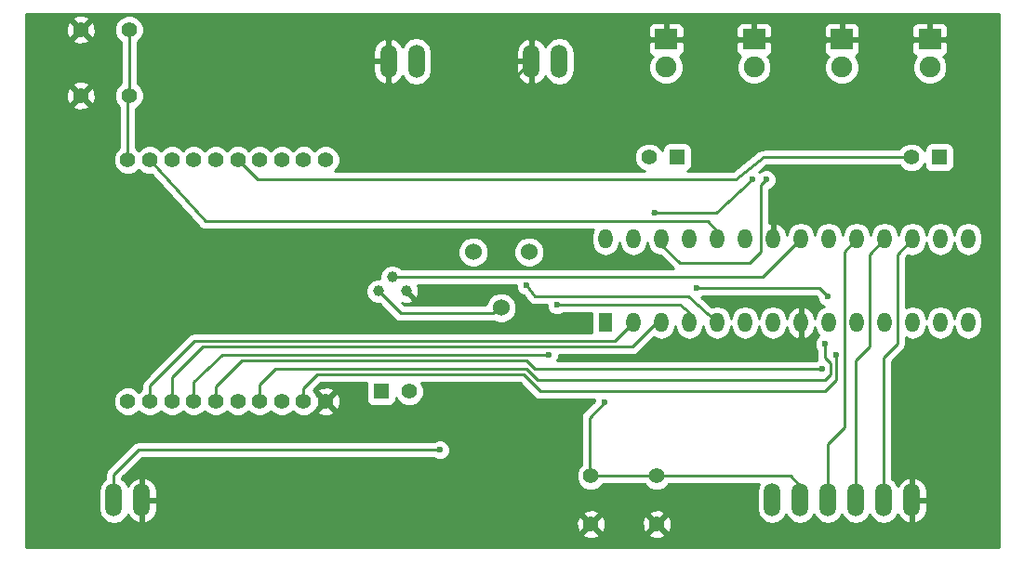
<source format=gbr>
G04 #@! TF.FileFunction,Copper,L2,Bot,Signal*
%FSLAX46Y46*%
G04 Gerber Fmt 4.6, Leading zero omitted, Abs format (unit mm)*
G04 Created by KiCad (PCBNEW 4.0.5-e0-6337~49~ubuntu14.04.1) date Tue Jan 31 14:07:59 2017*
%MOMM*%
%LPD*%
G01*
G04 APERTURE LIST*
%ADD10C,0.100000*%
%ADD11O,1.506220X3.014980*%
%ADD12R,2.000000X1.900000*%
%ADD13C,1.900000*%
%ADD14C,1.524000*%
%ADD15C,1.397000*%
%ADD16R,1.397000X1.397000*%
%ADD17C,1.400000*%
%ADD18R,1.300000X1.778000*%
%ADD19O,1.300000X1.778000*%
%ADD20C,1.000760*%
%ADD21C,0.600000*%
%ADD22C,0.250000*%
%ADD23C,0.500000*%
%ADD24C,0.254000*%
G04 APERTURE END LIST*
D10*
D11*
X86270000Y-55000000D03*
X83730000Y-55000000D03*
D12*
X117000000Y-53000000D03*
D13*
X117000000Y-55540000D03*
D12*
X133000000Y-53000000D03*
D13*
X133000000Y-55540000D03*
D12*
X125000000Y-53000000D03*
D13*
X125000000Y-55540000D03*
D12*
X109000000Y-53000000D03*
D13*
X109000000Y-55540000D03*
D11*
X131350000Y-95000000D03*
X128810000Y-95000000D03*
X126270000Y-95000000D03*
X123730000Y-95000000D03*
X121190000Y-95000000D03*
X118650000Y-95000000D03*
X58730000Y-95000000D03*
X61270000Y-95000000D03*
X99270000Y-55000000D03*
X96730000Y-55000000D03*
D14*
X96520000Y-72390000D03*
X93980000Y-77470000D03*
X91440000Y-72390000D03*
D15*
X60112000Y-58118000D03*
X55712000Y-58118000D03*
X60112000Y-52118000D03*
X55712000Y-52118000D03*
D16*
X83058000Y-85090000D03*
D15*
X85598000Y-85090000D03*
D17*
X60000000Y-63999260D03*
X68001000Y-63999260D03*
X71998960Y-63999260D03*
X69999980Y-63999260D03*
X64000500Y-63999260D03*
X65999480Y-63999260D03*
X61998980Y-63999260D03*
X75999460Y-63999260D03*
X78000980Y-63999260D03*
X74000480Y-63999260D03*
X74000480Y-86000740D03*
X78000980Y-86000740D03*
X75999460Y-86000740D03*
X61998980Y-86000740D03*
X65999480Y-86000740D03*
X64000500Y-86000740D03*
X69999980Y-86000740D03*
X71998960Y-86000740D03*
X68001000Y-86000740D03*
X60000000Y-86000740D03*
D18*
X103490000Y-78810000D03*
D19*
X106030000Y-78810000D03*
X108570000Y-78810000D03*
X111110000Y-78810000D03*
X113650000Y-78810000D03*
X116190000Y-78810000D03*
X118730000Y-78810000D03*
X121270000Y-78810000D03*
X123810000Y-78810000D03*
X126350000Y-78810000D03*
X128890000Y-78810000D03*
X131430000Y-78810000D03*
X133970000Y-78810000D03*
X136510000Y-78810000D03*
X136510000Y-71190000D03*
X133970000Y-71190000D03*
X131430000Y-71190000D03*
X128890000Y-71190000D03*
X126350000Y-71190000D03*
X123810000Y-71190000D03*
X121270000Y-71190000D03*
X118730000Y-71190000D03*
X116190000Y-71190000D03*
X113650000Y-71190000D03*
X111110000Y-71190000D03*
X108570000Y-71190000D03*
X106030000Y-71190000D03*
X103490000Y-71190000D03*
D20*
X84074000Y-74676000D03*
X85344000Y-75946000D03*
X82804000Y-75946000D03*
D16*
X133858000Y-63754000D03*
D15*
X131318000Y-63754000D03*
D16*
X109982000Y-63754000D03*
D15*
X107442000Y-63754000D03*
X108156000Y-92796000D03*
X108156000Y-97196000D03*
X102156000Y-92796000D03*
X102156000Y-97196000D03*
D21*
X98298000Y-81788000D03*
X103378000Y-86106000D03*
X91948000Y-84582000D03*
X97536000Y-86614000D03*
X95504000Y-64008000D03*
X88392000Y-90424000D03*
X99060000Y-77216000D03*
X96266000Y-75438000D03*
X124460000Y-81788000D03*
X123190000Y-83058000D03*
X107950000Y-68834000D03*
X116840000Y-65786000D03*
X118110000Y-65786000D03*
X123444000Y-80772000D03*
X111760000Y-75692000D03*
X123698000Y-76454000D03*
D22*
X65999480Y-86000740D02*
X65999480Y-84244809D01*
X68580000Y-81788000D02*
X98298000Y-81788000D01*
X65999480Y-84244809D02*
X68580000Y-81788000D01*
X108000000Y-92800000D02*
X120306000Y-92800000D01*
X120306000Y-92800000D02*
X121190000Y-93684000D01*
X121190000Y-93684000D02*
X121190000Y-95000000D01*
X102000000Y-92800000D02*
X108000000Y-92800000D01*
X102000000Y-87484000D02*
X102000000Y-92800000D01*
X103378000Y-86106000D02*
X102000000Y-87484000D01*
D23*
X95504000Y-84582000D02*
X91948000Y-84582000D01*
X97536000Y-86614000D02*
X95504000Y-84582000D01*
D22*
X94234000Y-57496000D02*
X96730000Y-55000000D01*
X94234000Y-62738000D02*
X94234000Y-57496000D01*
X95504000Y-64008000D02*
X94234000Y-62738000D01*
X84074000Y-74676000D02*
X117784000Y-74676000D01*
X117784000Y-74676000D02*
X121270000Y-71190000D01*
X58730000Y-95000000D02*
X58730000Y-92654000D01*
X60960000Y-90424000D02*
X88392000Y-90424000D01*
X58730000Y-92654000D02*
X60960000Y-90424000D01*
X61998980Y-86000740D02*
X61998980Y-84559020D01*
X104322000Y-80518000D02*
X106030000Y-78810000D01*
X66040000Y-80518000D02*
X104322000Y-80518000D01*
X61998980Y-84559020D02*
X66040000Y-80518000D01*
X108570000Y-78810000D02*
X108134000Y-78810000D01*
X108134000Y-78810000D02*
X105918000Y-81026000D01*
X105918000Y-81026000D02*
X66802000Y-81026000D01*
X66802000Y-81026000D02*
X64000500Y-83827500D01*
X64000500Y-83827500D02*
X64000500Y-86000740D01*
X111110000Y-78810000D02*
X111110000Y-77836000D01*
X110236000Y-77216000D02*
X99060000Y-77216000D01*
X111110000Y-77836000D02*
X110236000Y-77216000D01*
X111040000Y-76454000D02*
X113650000Y-78810000D01*
X97028000Y-76454000D02*
X111040000Y-76454000D01*
X96266000Y-75438000D02*
X97028000Y-76454000D01*
X75999460Y-84782540D02*
X75999460Y-86000740D01*
X77216000Y-83566000D02*
X75999460Y-84782540D01*
X96012000Y-83566000D02*
X77216000Y-83566000D01*
X97536000Y-85090000D02*
X96012000Y-83566000D01*
X123444000Y-85090000D02*
X97536000Y-85090000D01*
X124460000Y-84074000D02*
X123444000Y-85090000D01*
X124460000Y-81788000D02*
X124460000Y-84074000D01*
X124460000Y-81788000D02*
X124460000Y-81788000D01*
X68001000Y-86000740D02*
X68001000Y-84653000D01*
X97028000Y-83058000D02*
X123190000Y-83058000D01*
X96266000Y-82296000D02*
X97028000Y-83058000D01*
X70358000Y-82296000D02*
X96266000Y-82296000D01*
X68001000Y-84653000D02*
X70358000Y-82296000D01*
X128810000Y-95000000D02*
X128810000Y-82010000D01*
X130048000Y-72572000D02*
X131430000Y-71190000D01*
X130048000Y-80772000D02*
X130048000Y-72572000D01*
X128810000Y-82010000D02*
X130048000Y-80772000D01*
X126270000Y-95000000D02*
X126270000Y-82264000D01*
X127508000Y-72572000D02*
X128890000Y-71190000D01*
X127508000Y-81026000D02*
X127508000Y-72572000D01*
X126270000Y-82264000D02*
X127508000Y-81026000D01*
X123730000Y-95000000D02*
X123730000Y-89884000D01*
X125222000Y-72318000D02*
X126350000Y-71190000D01*
X125222000Y-88392000D02*
X125222000Y-72318000D01*
X123730000Y-89884000D02*
X125222000Y-88392000D01*
X107950000Y-68834000D02*
X107696000Y-68834000D01*
X107696000Y-68834000D02*
X113538000Y-68834000D01*
X113538000Y-68834000D02*
X116840000Y-65786000D01*
X131318000Y-63754000D02*
X117856000Y-63754000D01*
X71786720Y-65786000D02*
X69999980Y-63999260D01*
X115316000Y-65786000D02*
X71786720Y-65786000D01*
X117856000Y-63754000D02*
X115316000Y-65786000D01*
X108570000Y-71190000D02*
X108570000Y-71740000D01*
X108570000Y-71740000D02*
X110236000Y-73406000D01*
X110236000Y-73406000D02*
X116586000Y-73406000D01*
X116586000Y-73406000D02*
X117602000Y-72390000D01*
X117602000Y-72390000D02*
X117602000Y-66294000D01*
X117602000Y-66294000D02*
X118110000Y-65786000D01*
X93980000Y-77470000D02*
X93726000Y-77470000D01*
X93726000Y-77470000D02*
X93218000Y-77978000D01*
X93218000Y-77978000D02*
X84836000Y-77978000D01*
X84836000Y-77978000D02*
X82804000Y-75946000D01*
X60112000Y-52118000D02*
X60112000Y-58118000D01*
X60112000Y-58118000D02*
X60000000Y-58230000D01*
X60000000Y-58230000D02*
X60000000Y-63999260D01*
X123444000Y-80772000D02*
X123444000Y-82042000D01*
X123444000Y-82042000D02*
X123952000Y-82550000D01*
X123952000Y-82550000D02*
X123952000Y-83566000D01*
X123952000Y-83566000D02*
X123444000Y-84074000D01*
X123444000Y-84074000D02*
X97282000Y-84074000D01*
X97282000Y-84074000D02*
X96266000Y-83058000D01*
X96266000Y-83058000D02*
X73406000Y-83058000D01*
X73406000Y-83058000D02*
X71998960Y-84465040D01*
X71998960Y-84465040D02*
X71998960Y-86000740D01*
X122936000Y-75692000D02*
X111760000Y-75692000D01*
X123698000Y-76454000D02*
X122936000Y-75692000D01*
X113650000Y-71190000D02*
X113650000Y-70470000D01*
X67056000Y-69596000D02*
X61998980Y-63999260D01*
X112776000Y-69596000D02*
X67056000Y-69596000D01*
X113650000Y-70470000D02*
X112776000Y-69596000D01*
D24*
G36*
X139290000Y-99290000D02*
X50710000Y-99290000D01*
X50710000Y-98130188D01*
X101401417Y-98130188D01*
X101463071Y-98365800D01*
X101963480Y-98541927D01*
X102493199Y-98513148D01*
X102848929Y-98365800D01*
X102910583Y-98130188D01*
X107401417Y-98130188D01*
X107463071Y-98365800D01*
X107963480Y-98541927D01*
X108493199Y-98513148D01*
X108848929Y-98365800D01*
X108910583Y-98130188D01*
X108156000Y-97375605D01*
X107401417Y-98130188D01*
X102910583Y-98130188D01*
X102156000Y-97375605D01*
X101401417Y-98130188D01*
X50710000Y-98130188D01*
X50710000Y-94203646D01*
X57341890Y-94203646D01*
X57341890Y-95796354D01*
X57447554Y-96327561D01*
X57748458Y-96777896D01*
X58198793Y-97078800D01*
X58730000Y-97184464D01*
X59261207Y-97078800D01*
X59711542Y-96777896D01*
X60012446Y-96327561D01*
X60013016Y-96324694D01*
X60036154Y-96402919D01*
X60378260Y-96825724D01*
X60856125Y-97085427D01*
X60928326Y-97099783D01*
X61143000Y-96977162D01*
X61143000Y-95127000D01*
X61397000Y-95127000D01*
X61397000Y-96977162D01*
X61611674Y-97099783D01*
X61683875Y-97085427D01*
X61834661Y-97003480D01*
X100810073Y-97003480D01*
X100838852Y-97533199D01*
X100986200Y-97888929D01*
X101221812Y-97950583D01*
X101976395Y-97196000D01*
X102335605Y-97196000D01*
X103090188Y-97950583D01*
X103325800Y-97888929D01*
X103501927Y-97388520D01*
X103481009Y-97003480D01*
X106810073Y-97003480D01*
X106838852Y-97533199D01*
X106986200Y-97888929D01*
X107221812Y-97950583D01*
X107976395Y-97196000D01*
X108335605Y-97196000D01*
X109090188Y-97950583D01*
X109325800Y-97888929D01*
X109501927Y-97388520D01*
X109473148Y-96858801D01*
X109325800Y-96503071D01*
X109090188Y-96441417D01*
X108335605Y-97196000D01*
X107976395Y-97196000D01*
X107221812Y-96441417D01*
X106986200Y-96503071D01*
X106810073Y-97003480D01*
X103481009Y-97003480D01*
X103473148Y-96858801D01*
X103325800Y-96503071D01*
X103090188Y-96441417D01*
X102335605Y-97196000D01*
X101976395Y-97196000D01*
X101221812Y-96441417D01*
X100986200Y-96503071D01*
X100810073Y-97003480D01*
X61834661Y-97003480D01*
X62161740Y-96825724D01*
X62503846Y-96402919D01*
X62545583Y-96261812D01*
X101401417Y-96261812D01*
X102156000Y-97016395D01*
X102910583Y-96261812D01*
X107401417Y-96261812D01*
X108156000Y-97016395D01*
X108910583Y-96261812D01*
X108848929Y-96026200D01*
X108348520Y-95850073D01*
X107818801Y-95878852D01*
X107463071Y-96026200D01*
X107401417Y-96261812D01*
X102910583Y-96261812D01*
X102848929Y-96026200D01*
X102348520Y-95850073D01*
X101818801Y-95878852D01*
X101463071Y-96026200D01*
X101401417Y-96261812D01*
X62545583Y-96261812D01*
X62658110Y-95881380D01*
X62658110Y-95127000D01*
X61397000Y-95127000D01*
X61143000Y-95127000D01*
X61123000Y-95127000D01*
X61123000Y-94873000D01*
X61143000Y-94873000D01*
X61143000Y-93022838D01*
X61397000Y-93022838D01*
X61397000Y-94873000D01*
X62658110Y-94873000D01*
X62658110Y-94118620D01*
X62503846Y-93597081D01*
X62161740Y-93174276D01*
X61683875Y-92914573D01*
X61611674Y-92900217D01*
X61397000Y-93022838D01*
X61143000Y-93022838D01*
X60928326Y-92900217D01*
X60856125Y-92914573D01*
X60378260Y-93174276D01*
X60036154Y-93597081D01*
X60013016Y-93675306D01*
X60012446Y-93672439D01*
X59711542Y-93222104D01*
X59490000Y-93074074D01*
X59490000Y-92968802D01*
X61274802Y-91184000D01*
X87829537Y-91184000D01*
X87861673Y-91216192D01*
X88205201Y-91358838D01*
X88577167Y-91359162D01*
X88920943Y-91217117D01*
X89184192Y-90954327D01*
X89326838Y-90610799D01*
X89327162Y-90238833D01*
X89185117Y-89895057D01*
X88922327Y-89631808D01*
X88578799Y-89489162D01*
X88206833Y-89488838D01*
X87863057Y-89630883D01*
X87829882Y-89664000D01*
X60960000Y-89664000D01*
X60669160Y-89721852D01*
X60422599Y-89886599D01*
X58192599Y-92116599D01*
X58027852Y-92363161D01*
X57970000Y-92654000D01*
X57970000Y-93074074D01*
X57748458Y-93222104D01*
X57447554Y-93672439D01*
X57341890Y-94203646D01*
X50710000Y-94203646D01*
X50710000Y-72666661D01*
X90042758Y-72666661D01*
X90254990Y-73180303D01*
X90647630Y-73573629D01*
X91160900Y-73786757D01*
X91716661Y-73787242D01*
X92230303Y-73575010D01*
X92623629Y-73182370D01*
X92836757Y-72669100D01*
X92836759Y-72666661D01*
X95122758Y-72666661D01*
X95334990Y-73180303D01*
X95727630Y-73573629D01*
X96240900Y-73786757D01*
X96796661Y-73787242D01*
X97310303Y-73575010D01*
X97703629Y-73182370D01*
X97916757Y-72669100D01*
X97917242Y-72113339D01*
X97705010Y-71599697D01*
X97312370Y-71206371D01*
X96799100Y-70993243D01*
X96243339Y-70992758D01*
X95729697Y-71204990D01*
X95336371Y-71597630D01*
X95123243Y-72110900D01*
X95122758Y-72666661D01*
X92836759Y-72666661D01*
X92837242Y-72113339D01*
X92625010Y-71599697D01*
X92232370Y-71206371D01*
X91719100Y-70993243D01*
X91163339Y-70992758D01*
X90649697Y-71204990D01*
X90256371Y-71597630D01*
X90043243Y-72110900D01*
X90042758Y-72666661D01*
X50710000Y-72666661D01*
X50710000Y-64263643D01*
X58664769Y-64263643D01*
X58867582Y-64754489D01*
X59242796Y-65130358D01*
X59733287Y-65334028D01*
X60264383Y-65334491D01*
X60755229Y-65131678D01*
X60999587Y-64887746D01*
X61241776Y-65130358D01*
X61732267Y-65334028D01*
X62181093Y-65334419D01*
X66492097Y-70105523D01*
X66507757Y-70117174D01*
X66518599Y-70133401D01*
X66626186Y-70205288D01*
X66730008Y-70282534D01*
X66748934Y-70287306D01*
X66765161Y-70298148D01*
X66892067Y-70323391D01*
X67017548Y-70355027D01*
X67036859Y-70352193D01*
X67056000Y-70356000D01*
X102351856Y-70356000D01*
X102302815Y-70429395D01*
X102205000Y-70921143D01*
X102205000Y-71458857D01*
X102302815Y-71950605D01*
X102581368Y-72367489D01*
X102998252Y-72646042D01*
X103490000Y-72743857D01*
X103981748Y-72646042D01*
X104398632Y-72367489D01*
X104677185Y-71950605D01*
X104760000Y-71534267D01*
X104842815Y-71950605D01*
X105121368Y-72367489D01*
X105538252Y-72646042D01*
X106030000Y-72743857D01*
X106521748Y-72646042D01*
X106938632Y-72367489D01*
X107217185Y-71950605D01*
X107300000Y-71534267D01*
X107382815Y-71950605D01*
X107661368Y-72367489D01*
X108078252Y-72646042D01*
X108481439Y-72726241D01*
X109671198Y-73916000D01*
X84919595Y-73916000D01*
X84717981Y-73714033D01*
X84300832Y-73540818D01*
X83849150Y-73540424D01*
X83431699Y-73712911D01*
X83112033Y-74032019D01*
X82938818Y-74449168D01*
X82938503Y-74810737D01*
X82579150Y-74810424D01*
X82161699Y-74982911D01*
X81842033Y-75302019D01*
X81668818Y-75719168D01*
X81668424Y-76170850D01*
X81840911Y-76588301D01*
X82160019Y-76907967D01*
X82577168Y-77081182D01*
X82864631Y-77081433D01*
X84298599Y-78515401D01*
X84545161Y-78680148D01*
X84836000Y-78738000D01*
X93218000Y-78738000D01*
X93334845Y-78714758D01*
X93700900Y-78866757D01*
X94256661Y-78867242D01*
X94770303Y-78655010D01*
X95163629Y-78262370D01*
X95376757Y-77749100D01*
X95377242Y-77193339D01*
X95165010Y-76679697D01*
X94772370Y-76286371D01*
X94259100Y-76073243D01*
X93703339Y-76072758D01*
X93189697Y-76284990D01*
X92796371Y-76677630D01*
X92583243Y-77190900D01*
X92583219Y-77218000D01*
X85150802Y-77218000D01*
X84941375Y-77008573D01*
X85198880Y-77094491D01*
X85649435Y-77062602D01*
X85917582Y-76951532D01*
X85954776Y-76736381D01*
X85344000Y-76125605D01*
X85329858Y-76139748D01*
X85150253Y-75960143D01*
X85164395Y-75946000D01*
X85150253Y-75931858D01*
X85329858Y-75752253D01*
X85344000Y-75766395D01*
X85358143Y-75752253D01*
X85537748Y-75931858D01*
X85523605Y-75946000D01*
X86134381Y-76556776D01*
X86349532Y-76519582D01*
X86492491Y-76091120D01*
X86460602Y-75640565D01*
X86375868Y-75436000D01*
X95331001Y-75436000D01*
X95330838Y-75623167D01*
X95472883Y-75966943D01*
X95735673Y-76230192D01*
X95989054Y-76335406D01*
X96420000Y-76910000D01*
X96460431Y-76946251D01*
X96490599Y-76991401D01*
X96569834Y-77044344D01*
X96640785Y-77107960D01*
X96692010Y-77125979D01*
X96737161Y-77156148D01*
X96830627Y-77174740D01*
X96920520Y-77206361D01*
X96974740Y-77203406D01*
X97028000Y-77214000D01*
X98125001Y-77214000D01*
X98124838Y-77401167D01*
X98266883Y-77744943D01*
X98529673Y-78008192D01*
X98873201Y-78150838D01*
X99245167Y-78151162D01*
X99588943Y-78009117D01*
X99622118Y-77976000D01*
X102192560Y-77976000D01*
X102192560Y-79699000D01*
X102203662Y-79758000D01*
X66040000Y-79758000D01*
X65749160Y-79815852D01*
X65502599Y-79980599D01*
X61461579Y-84021619D01*
X61296832Y-84268181D01*
X61238980Y-84559020D01*
X61238980Y-84873085D01*
X60999393Y-85112254D01*
X60757204Y-84869642D01*
X60266713Y-84665972D01*
X59735617Y-84665509D01*
X59244771Y-84868322D01*
X58868902Y-85243536D01*
X58665232Y-85734027D01*
X58664769Y-86265123D01*
X58867582Y-86755969D01*
X59242796Y-87131838D01*
X59733287Y-87335508D01*
X60264383Y-87335971D01*
X60755229Y-87133158D01*
X60999587Y-86889226D01*
X61241776Y-87131838D01*
X61732267Y-87335508D01*
X62263363Y-87335971D01*
X62754209Y-87133158D01*
X62999839Y-86887956D01*
X63243296Y-87131838D01*
X63733787Y-87335508D01*
X64264883Y-87335971D01*
X64755729Y-87133158D01*
X65000087Y-86889226D01*
X65242276Y-87131838D01*
X65732767Y-87335508D01*
X66263863Y-87335971D01*
X66754709Y-87133158D01*
X67000339Y-86887956D01*
X67243796Y-87131838D01*
X67734287Y-87335508D01*
X68265383Y-87335971D01*
X68756229Y-87133158D01*
X69000587Y-86889226D01*
X69242776Y-87131838D01*
X69733267Y-87335508D01*
X70264363Y-87335971D01*
X70755209Y-87133158D01*
X70999567Y-86889226D01*
X71241756Y-87131838D01*
X71732247Y-87335508D01*
X72263343Y-87335971D01*
X72754189Y-87133158D01*
X72999819Y-86887956D01*
X73243276Y-87131838D01*
X73733767Y-87335508D01*
X74264863Y-87335971D01*
X74755709Y-87133158D01*
X75000067Y-86889226D01*
X75242256Y-87131838D01*
X75732747Y-87335508D01*
X76263843Y-87335971D01*
X76754689Y-87133158D01*
X76952176Y-86936015D01*
X77245311Y-86936015D01*
X77307149Y-87171782D01*
X77808102Y-87348159D01*
X78338420Y-87319404D01*
X78694811Y-87171782D01*
X78756649Y-86936015D01*
X78000980Y-86180345D01*
X77245311Y-86936015D01*
X76952176Y-86936015D01*
X77130558Y-86757944D01*
X77177700Y-86644415D01*
X77821375Y-86000740D01*
X78180585Y-86000740D01*
X78936255Y-86756409D01*
X79172022Y-86694571D01*
X79348399Y-86193618D01*
X79319644Y-85663300D01*
X79172022Y-85306909D01*
X78936255Y-85245071D01*
X78180585Y-86000740D01*
X77821375Y-86000740D01*
X77178163Y-85357528D01*
X77131878Y-85245511D01*
X76952146Y-85065465D01*
X77245311Y-85065465D01*
X78000980Y-85821135D01*
X78756649Y-85065465D01*
X78694811Y-84829698D01*
X78193858Y-84653321D01*
X77663540Y-84682076D01*
X77307149Y-84829698D01*
X77245311Y-85065465D01*
X76952146Y-85065465D01*
X76871811Y-84984991D01*
X77530802Y-84326000D01*
X81725324Y-84326000D01*
X81712060Y-84391500D01*
X81712060Y-85788500D01*
X81756338Y-86023817D01*
X81895410Y-86239941D01*
X82107610Y-86384931D01*
X82359500Y-86435940D01*
X83756500Y-86435940D01*
X83991817Y-86391662D01*
X84207941Y-86252590D01*
X84352931Y-86040390D01*
X84403940Y-85788500D01*
X84403940Y-85692116D01*
X84466854Y-85844380D01*
X84841647Y-86219827D01*
X85331587Y-86423268D01*
X85862086Y-86423731D01*
X86352380Y-86221146D01*
X86727827Y-85846353D01*
X86931268Y-85356413D01*
X86931731Y-84825914D01*
X86729146Y-84335620D01*
X86719543Y-84326000D01*
X95697198Y-84326000D01*
X96998599Y-85627401D01*
X97245160Y-85792148D01*
X97293414Y-85801746D01*
X97536000Y-85850000D01*
X102471897Y-85850000D01*
X102443162Y-85919201D01*
X102443121Y-85966077D01*
X101462599Y-86946599D01*
X101297852Y-87193161D01*
X101240000Y-87484000D01*
X101240000Y-91826192D01*
X101026173Y-92039647D01*
X100822732Y-92529587D01*
X100822269Y-93060086D01*
X101024854Y-93550380D01*
X101399647Y-93925827D01*
X101889587Y-94129268D01*
X102420086Y-94129731D01*
X102910380Y-93927146D01*
X103278167Y-93560000D01*
X107034457Y-93560000D01*
X107399647Y-93925827D01*
X107889587Y-94129268D01*
X108420086Y-94129731D01*
X108910380Y-93927146D01*
X109278167Y-93560000D01*
X117442683Y-93560000D01*
X117367554Y-93672439D01*
X117261890Y-94203646D01*
X117261890Y-95796354D01*
X117367554Y-96327561D01*
X117668458Y-96777896D01*
X118118793Y-97078800D01*
X118650000Y-97184464D01*
X119181207Y-97078800D01*
X119631542Y-96777896D01*
X119920000Y-96346188D01*
X120208458Y-96777896D01*
X120658793Y-97078800D01*
X121190000Y-97184464D01*
X121721207Y-97078800D01*
X122171542Y-96777896D01*
X122460000Y-96346188D01*
X122748458Y-96777896D01*
X123198793Y-97078800D01*
X123730000Y-97184464D01*
X124261207Y-97078800D01*
X124711542Y-96777896D01*
X125000000Y-96346188D01*
X125288458Y-96777896D01*
X125738793Y-97078800D01*
X126270000Y-97184464D01*
X126801207Y-97078800D01*
X127251542Y-96777896D01*
X127540000Y-96346188D01*
X127828458Y-96777896D01*
X128278793Y-97078800D01*
X128810000Y-97184464D01*
X129341207Y-97078800D01*
X129791542Y-96777896D01*
X130092446Y-96327561D01*
X130093016Y-96324694D01*
X130116154Y-96402919D01*
X130458260Y-96825724D01*
X130936125Y-97085427D01*
X131008326Y-97099783D01*
X131223000Y-96977162D01*
X131223000Y-95127000D01*
X131477000Y-95127000D01*
X131477000Y-96977162D01*
X131691674Y-97099783D01*
X131763875Y-97085427D01*
X132241740Y-96825724D01*
X132583846Y-96402919D01*
X132738110Y-95881380D01*
X132738110Y-95127000D01*
X131477000Y-95127000D01*
X131223000Y-95127000D01*
X131203000Y-95127000D01*
X131203000Y-94873000D01*
X131223000Y-94873000D01*
X131223000Y-93022838D01*
X131477000Y-93022838D01*
X131477000Y-94873000D01*
X132738110Y-94873000D01*
X132738110Y-94118620D01*
X132583846Y-93597081D01*
X132241740Y-93174276D01*
X131763875Y-92914573D01*
X131691674Y-92900217D01*
X131477000Y-93022838D01*
X131223000Y-93022838D01*
X131008326Y-92900217D01*
X130936125Y-92914573D01*
X130458260Y-93174276D01*
X130116154Y-93597081D01*
X130093016Y-93675306D01*
X130092446Y-93672439D01*
X129791542Y-93222104D01*
X129570000Y-93074074D01*
X129570000Y-82324802D01*
X130585401Y-81309401D01*
X130750148Y-81062840D01*
X130808000Y-80772000D01*
X130808000Y-80179010D01*
X130938252Y-80266042D01*
X131430000Y-80363857D01*
X131921748Y-80266042D01*
X132338632Y-79987489D01*
X132617185Y-79570605D01*
X132700000Y-79154267D01*
X132782815Y-79570605D01*
X133061368Y-79987489D01*
X133478252Y-80266042D01*
X133970000Y-80363857D01*
X134461748Y-80266042D01*
X134878632Y-79987489D01*
X135157185Y-79570605D01*
X135240000Y-79154267D01*
X135322815Y-79570605D01*
X135601368Y-79987489D01*
X136018252Y-80266042D01*
X136510000Y-80363857D01*
X137001748Y-80266042D01*
X137418632Y-79987489D01*
X137697185Y-79570605D01*
X137795000Y-79078857D01*
X137795000Y-78541143D01*
X137697185Y-78049395D01*
X137418632Y-77632511D01*
X137001748Y-77353958D01*
X136510000Y-77256143D01*
X136018252Y-77353958D01*
X135601368Y-77632511D01*
X135322815Y-78049395D01*
X135240000Y-78465733D01*
X135157185Y-78049395D01*
X134878632Y-77632511D01*
X134461748Y-77353958D01*
X133970000Y-77256143D01*
X133478252Y-77353958D01*
X133061368Y-77632511D01*
X132782815Y-78049395D01*
X132700000Y-78465733D01*
X132617185Y-78049395D01*
X132338632Y-77632511D01*
X131921748Y-77353958D01*
X131430000Y-77256143D01*
X130938252Y-77353958D01*
X130808000Y-77440990D01*
X130808000Y-72886802D01*
X131030426Y-72664376D01*
X131430000Y-72743857D01*
X131921748Y-72646042D01*
X132338632Y-72367489D01*
X132617185Y-71950605D01*
X132700000Y-71534267D01*
X132782815Y-71950605D01*
X133061368Y-72367489D01*
X133478252Y-72646042D01*
X133970000Y-72743857D01*
X134461748Y-72646042D01*
X134878632Y-72367489D01*
X135157185Y-71950605D01*
X135240000Y-71534267D01*
X135322815Y-71950605D01*
X135601368Y-72367489D01*
X136018252Y-72646042D01*
X136510000Y-72743857D01*
X137001748Y-72646042D01*
X137418632Y-72367489D01*
X137697185Y-71950605D01*
X137795000Y-71458857D01*
X137795000Y-70921143D01*
X137697185Y-70429395D01*
X137418632Y-70012511D01*
X137001748Y-69733958D01*
X136510000Y-69636143D01*
X136018252Y-69733958D01*
X135601368Y-70012511D01*
X135322815Y-70429395D01*
X135240000Y-70845733D01*
X135157185Y-70429395D01*
X134878632Y-70012511D01*
X134461748Y-69733958D01*
X133970000Y-69636143D01*
X133478252Y-69733958D01*
X133061368Y-70012511D01*
X132782815Y-70429395D01*
X132700000Y-70845733D01*
X132617185Y-70429395D01*
X132338632Y-70012511D01*
X131921748Y-69733958D01*
X131430000Y-69636143D01*
X130938252Y-69733958D01*
X130521368Y-70012511D01*
X130242815Y-70429395D01*
X130160000Y-70845733D01*
X130077185Y-70429395D01*
X129798632Y-70012511D01*
X129381748Y-69733958D01*
X128890000Y-69636143D01*
X128398252Y-69733958D01*
X127981368Y-70012511D01*
X127702815Y-70429395D01*
X127620000Y-70845733D01*
X127537185Y-70429395D01*
X127258632Y-70012511D01*
X126841748Y-69733958D01*
X126350000Y-69636143D01*
X125858252Y-69733958D01*
X125441368Y-70012511D01*
X125162815Y-70429395D01*
X125080000Y-70845733D01*
X124997185Y-70429395D01*
X124718632Y-70012511D01*
X124301748Y-69733958D01*
X123810000Y-69636143D01*
X123318252Y-69733958D01*
X122901368Y-70012511D01*
X122622815Y-70429395D01*
X122540000Y-70845733D01*
X122457185Y-70429395D01*
X122178632Y-70012511D01*
X121761748Y-69733958D01*
X121270000Y-69636143D01*
X120778252Y-69733958D01*
X120361368Y-70012511D01*
X120082815Y-70429395D01*
X120007714Y-70806952D01*
X119888863Y-70372204D01*
X119579154Y-69972785D01*
X119140169Y-69722290D01*
X119055471Y-69707901D01*
X118857000Y-69831933D01*
X118857000Y-71063000D01*
X118877000Y-71063000D01*
X118877000Y-71317000D01*
X118857000Y-71317000D01*
X118857000Y-71337000D01*
X118603000Y-71337000D01*
X118603000Y-71317000D01*
X118583000Y-71317000D01*
X118583000Y-71063000D01*
X118603000Y-71063000D01*
X118603000Y-69831933D01*
X118404529Y-69707901D01*
X118362000Y-69715126D01*
X118362000Y-66693547D01*
X118638943Y-66579117D01*
X118902192Y-66316327D01*
X119044838Y-65972799D01*
X119045162Y-65600833D01*
X118903117Y-65257057D01*
X118640327Y-64993808D01*
X118296799Y-64851162D01*
X117924833Y-64850838D01*
X117581057Y-64992883D01*
X117475046Y-65098710D01*
X117438042Y-65061641D01*
X118122593Y-64514000D01*
X130192464Y-64514000D01*
X130561647Y-64883827D01*
X131051587Y-65087268D01*
X131582086Y-65087731D01*
X132072380Y-64885146D01*
X132447827Y-64510353D01*
X132512060Y-64355663D01*
X132512060Y-64452500D01*
X132556338Y-64687817D01*
X132695410Y-64903941D01*
X132907610Y-65048931D01*
X133159500Y-65099940D01*
X134556500Y-65099940D01*
X134791817Y-65055662D01*
X135007941Y-64916590D01*
X135152931Y-64704390D01*
X135203940Y-64452500D01*
X135203940Y-63055500D01*
X135159662Y-62820183D01*
X135020590Y-62604059D01*
X134808390Y-62459069D01*
X134556500Y-62408060D01*
X133159500Y-62408060D01*
X132924183Y-62452338D01*
X132708059Y-62591410D01*
X132563069Y-62803610D01*
X132512060Y-63055500D01*
X132512060Y-63151884D01*
X132449146Y-62999620D01*
X132074353Y-62624173D01*
X131584413Y-62420732D01*
X131053914Y-62420269D01*
X130563620Y-62622854D01*
X130191826Y-62994000D01*
X117856000Y-62994000D01*
X117751066Y-63014873D01*
X117644479Y-63024029D01*
X117606796Y-63043570D01*
X117565161Y-63051852D01*
X117476206Y-63111290D01*
X117381232Y-63160540D01*
X115049407Y-65026000D01*
X110961913Y-65026000D01*
X111131941Y-64916590D01*
X111276931Y-64704390D01*
X111327940Y-64452500D01*
X111327940Y-63055500D01*
X111283662Y-62820183D01*
X111144590Y-62604059D01*
X110932390Y-62459069D01*
X110680500Y-62408060D01*
X109283500Y-62408060D01*
X109048183Y-62452338D01*
X108832059Y-62591410D01*
X108687069Y-62803610D01*
X108636060Y-63055500D01*
X108636060Y-63151884D01*
X108573146Y-62999620D01*
X108198353Y-62624173D01*
X107708413Y-62420732D01*
X107177914Y-62420269D01*
X106687620Y-62622854D01*
X106312173Y-62997647D01*
X106108732Y-63487587D01*
X106108269Y-64018086D01*
X106310854Y-64508380D01*
X106685647Y-64883827D01*
X107028037Y-65026000D01*
X78862071Y-65026000D01*
X79132078Y-64756464D01*
X79335748Y-64265973D01*
X79336211Y-63734877D01*
X79133398Y-63244031D01*
X78758184Y-62868162D01*
X78267693Y-62664492D01*
X77736597Y-62664029D01*
X77245751Y-62866842D01*
X77000121Y-63112044D01*
X76756664Y-62868162D01*
X76266173Y-62664492D01*
X75735077Y-62664029D01*
X75244231Y-62866842D01*
X74999873Y-63110774D01*
X74757684Y-62868162D01*
X74267193Y-62664492D01*
X73736097Y-62664029D01*
X73245251Y-62866842D01*
X72999621Y-63112044D01*
X72756164Y-62868162D01*
X72265673Y-62664492D01*
X71734577Y-62664029D01*
X71243731Y-62866842D01*
X70999373Y-63110774D01*
X70757184Y-62868162D01*
X70266693Y-62664492D01*
X69735597Y-62664029D01*
X69244751Y-62866842D01*
X69000393Y-63110774D01*
X68758204Y-62868162D01*
X68267713Y-62664492D01*
X67736617Y-62664029D01*
X67245771Y-62866842D01*
X67000141Y-63112044D01*
X66756684Y-62868162D01*
X66266193Y-62664492D01*
X65735097Y-62664029D01*
X65244251Y-62866842D01*
X64999893Y-63110774D01*
X64757704Y-62868162D01*
X64267213Y-62664492D01*
X63736117Y-62664029D01*
X63245271Y-62866842D01*
X62999641Y-63112044D01*
X62756184Y-62868162D01*
X62265693Y-62664492D01*
X61734597Y-62664029D01*
X61243751Y-62866842D01*
X60999393Y-63110774D01*
X60760000Y-62870963D01*
X60760000Y-59293101D01*
X60866380Y-59249146D01*
X61241827Y-58874353D01*
X61445268Y-58384413D01*
X61445731Y-57853914D01*
X61243146Y-57363620D01*
X60872000Y-56991826D01*
X60872000Y-55127000D01*
X82341890Y-55127000D01*
X82341890Y-55881380D01*
X82496154Y-56402919D01*
X82838260Y-56825724D01*
X83316125Y-57085427D01*
X83388326Y-57099783D01*
X83603000Y-56977162D01*
X83603000Y-55127000D01*
X82341890Y-55127000D01*
X60872000Y-55127000D01*
X60872000Y-54118620D01*
X82341890Y-54118620D01*
X82341890Y-54873000D01*
X83603000Y-54873000D01*
X83603000Y-53022838D01*
X83857000Y-53022838D01*
X83857000Y-54873000D01*
X83877000Y-54873000D01*
X83877000Y-55127000D01*
X83857000Y-55127000D01*
X83857000Y-56977162D01*
X84071674Y-57099783D01*
X84143875Y-57085427D01*
X84621740Y-56825724D01*
X84963846Y-56402919D01*
X84986984Y-56324694D01*
X84987554Y-56327561D01*
X85288458Y-56777896D01*
X85738793Y-57078800D01*
X86270000Y-57184464D01*
X86801207Y-57078800D01*
X87251542Y-56777896D01*
X87552446Y-56327561D01*
X87658110Y-55796354D01*
X87658110Y-55127000D01*
X95341890Y-55127000D01*
X95341890Y-55881380D01*
X95496154Y-56402919D01*
X95838260Y-56825724D01*
X96316125Y-57085427D01*
X96388326Y-57099783D01*
X96603000Y-56977162D01*
X96603000Y-55127000D01*
X95341890Y-55127000D01*
X87658110Y-55127000D01*
X87658110Y-54203646D01*
X87641198Y-54118620D01*
X95341890Y-54118620D01*
X95341890Y-54873000D01*
X96603000Y-54873000D01*
X96603000Y-53022838D01*
X96857000Y-53022838D01*
X96857000Y-54873000D01*
X96877000Y-54873000D01*
X96877000Y-55127000D01*
X96857000Y-55127000D01*
X96857000Y-56977162D01*
X97071674Y-57099783D01*
X97143875Y-57085427D01*
X97621740Y-56825724D01*
X97963846Y-56402919D01*
X97986984Y-56324694D01*
X97987554Y-56327561D01*
X98288458Y-56777896D01*
X98738793Y-57078800D01*
X99270000Y-57184464D01*
X99801207Y-57078800D01*
X100251542Y-56777896D01*
X100552446Y-56327561D01*
X100658110Y-55796354D01*
X100658110Y-54203646D01*
X100552446Y-53672439D01*
X100294069Y-53285750D01*
X107365000Y-53285750D01*
X107365000Y-54076310D01*
X107461673Y-54309699D01*
X107640302Y-54488327D01*
X107760251Y-54538012D01*
X107657086Y-54640997D01*
X107415276Y-55223341D01*
X107414725Y-55853893D01*
X107655519Y-56436657D01*
X108100997Y-56882914D01*
X108683341Y-57124724D01*
X109313893Y-57125275D01*
X109896657Y-56884481D01*
X110342914Y-56439003D01*
X110584724Y-55856659D01*
X110585275Y-55226107D01*
X110344481Y-54643343D01*
X110239455Y-54538133D01*
X110359698Y-54488327D01*
X110538327Y-54309699D01*
X110635000Y-54076310D01*
X110635000Y-53285750D01*
X115365000Y-53285750D01*
X115365000Y-54076310D01*
X115461673Y-54309699D01*
X115640302Y-54488327D01*
X115760251Y-54538012D01*
X115657086Y-54640997D01*
X115415276Y-55223341D01*
X115414725Y-55853893D01*
X115655519Y-56436657D01*
X116100997Y-56882914D01*
X116683341Y-57124724D01*
X117313893Y-57125275D01*
X117896657Y-56884481D01*
X118342914Y-56439003D01*
X118584724Y-55856659D01*
X118585275Y-55226107D01*
X118344481Y-54643343D01*
X118239455Y-54538133D01*
X118359698Y-54488327D01*
X118538327Y-54309699D01*
X118635000Y-54076310D01*
X118635000Y-53285750D01*
X123365000Y-53285750D01*
X123365000Y-54076310D01*
X123461673Y-54309699D01*
X123640302Y-54488327D01*
X123760251Y-54538012D01*
X123657086Y-54640997D01*
X123415276Y-55223341D01*
X123414725Y-55853893D01*
X123655519Y-56436657D01*
X124100997Y-56882914D01*
X124683341Y-57124724D01*
X125313893Y-57125275D01*
X125896657Y-56884481D01*
X126342914Y-56439003D01*
X126584724Y-55856659D01*
X126585275Y-55226107D01*
X126344481Y-54643343D01*
X126239455Y-54538133D01*
X126359698Y-54488327D01*
X126538327Y-54309699D01*
X126635000Y-54076310D01*
X126635000Y-53285750D01*
X131365000Y-53285750D01*
X131365000Y-54076310D01*
X131461673Y-54309699D01*
X131640302Y-54488327D01*
X131760251Y-54538012D01*
X131657086Y-54640997D01*
X131415276Y-55223341D01*
X131414725Y-55853893D01*
X131655519Y-56436657D01*
X132100997Y-56882914D01*
X132683341Y-57124724D01*
X133313893Y-57125275D01*
X133896657Y-56884481D01*
X134342914Y-56439003D01*
X134584724Y-55856659D01*
X134585275Y-55226107D01*
X134344481Y-54643343D01*
X134239455Y-54538133D01*
X134359698Y-54488327D01*
X134538327Y-54309699D01*
X134635000Y-54076310D01*
X134635000Y-53285750D01*
X134476250Y-53127000D01*
X133127000Y-53127000D01*
X133127000Y-53147000D01*
X132873000Y-53147000D01*
X132873000Y-53127000D01*
X131523750Y-53127000D01*
X131365000Y-53285750D01*
X126635000Y-53285750D01*
X126476250Y-53127000D01*
X125127000Y-53127000D01*
X125127000Y-53147000D01*
X124873000Y-53147000D01*
X124873000Y-53127000D01*
X123523750Y-53127000D01*
X123365000Y-53285750D01*
X118635000Y-53285750D01*
X118476250Y-53127000D01*
X117127000Y-53127000D01*
X117127000Y-53147000D01*
X116873000Y-53147000D01*
X116873000Y-53127000D01*
X115523750Y-53127000D01*
X115365000Y-53285750D01*
X110635000Y-53285750D01*
X110476250Y-53127000D01*
X109127000Y-53127000D01*
X109127000Y-53147000D01*
X108873000Y-53147000D01*
X108873000Y-53127000D01*
X107523750Y-53127000D01*
X107365000Y-53285750D01*
X100294069Y-53285750D01*
X100251542Y-53222104D01*
X99801207Y-52921200D01*
X99270000Y-52815536D01*
X98738793Y-52921200D01*
X98288458Y-53222104D01*
X97987554Y-53672439D01*
X97986984Y-53675306D01*
X97963846Y-53597081D01*
X97621740Y-53174276D01*
X97143875Y-52914573D01*
X97071674Y-52900217D01*
X96857000Y-53022838D01*
X96603000Y-53022838D01*
X96388326Y-52900217D01*
X96316125Y-52914573D01*
X95838260Y-53174276D01*
X95496154Y-53597081D01*
X95341890Y-54118620D01*
X87641198Y-54118620D01*
X87552446Y-53672439D01*
X87251542Y-53222104D01*
X86801207Y-52921200D01*
X86270000Y-52815536D01*
X85738793Y-52921200D01*
X85288458Y-53222104D01*
X84987554Y-53672439D01*
X84986984Y-53675306D01*
X84963846Y-53597081D01*
X84621740Y-53174276D01*
X84143875Y-52914573D01*
X84071674Y-52900217D01*
X83857000Y-53022838D01*
X83603000Y-53022838D01*
X83388326Y-52900217D01*
X83316125Y-52914573D01*
X82838260Y-53174276D01*
X82496154Y-53597081D01*
X82341890Y-54118620D01*
X60872000Y-54118620D01*
X60872000Y-53243536D01*
X61241827Y-52874353D01*
X61445268Y-52384413D01*
X61445670Y-51923690D01*
X107365000Y-51923690D01*
X107365000Y-52714250D01*
X107523750Y-52873000D01*
X108873000Y-52873000D01*
X108873000Y-51573750D01*
X109127000Y-51573750D01*
X109127000Y-52873000D01*
X110476250Y-52873000D01*
X110635000Y-52714250D01*
X110635000Y-51923690D01*
X115365000Y-51923690D01*
X115365000Y-52714250D01*
X115523750Y-52873000D01*
X116873000Y-52873000D01*
X116873000Y-51573750D01*
X117127000Y-51573750D01*
X117127000Y-52873000D01*
X118476250Y-52873000D01*
X118635000Y-52714250D01*
X118635000Y-51923690D01*
X123365000Y-51923690D01*
X123365000Y-52714250D01*
X123523750Y-52873000D01*
X124873000Y-52873000D01*
X124873000Y-51573750D01*
X125127000Y-51573750D01*
X125127000Y-52873000D01*
X126476250Y-52873000D01*
X126635000Y-52714250D01*
X126635000Y-51923690D01*
X131365000Y-51923690D01*
X131365000Y-52714250D01*
X131523750Y-52873000D01*
X132873000Y-52873000D01*
X132873000Y-51573750D01*
X133127000Y-51573750D01*
X133127000Y-52873000D01*
X134476250Y-52873000D01*
X134635000Y-52714250D01*
X134635000Y-51923690D01*
X134538327Y-51690301D01*
X134359698Y-51511673D01*
X134126309Y-51415000D01*
X133285750Y-51415000D01*
X133127000Y-51573750D01*
X132873000Y-51573750D01*
X132714250Y-51415000D01*
X131873691Y-51415000D01*
X131640302Y-51511673D01*
X131461673Y-51690301D01*
X131365000Y-51923690D01*
X126635000Y-51923690D01*
X126538327Y-51690301D01*
X126359698Y-51511673D01*
X126126309Y-51415000D01*
X125285750Y-51415000D01*
X125127000Y-51573750D01*
X124873000Y-51573750D01*
X124714250Y-51415000D01*
X123873691Y-51415000D01*
X123640302Y-51511673D01*
X123461673Y-51690301D01*
X123365000Y-51923690D01*
X118635000Y-51923690D01*
X118538327Y-51690301D01*
X118359698Y-51511673D01*
X118126309Y-51415000D01*
X117285750Y-51415000D01*
X117127000Y-51573750D01*
X116873000Y-51573750D01*
X116714250Y-51415000D01*
X115873691Y-51415000D01*
X115640302Y-51511673D01*
X115461673Y-51690301D01*
X115365000Y-51923690D01*
X110635000Y-51923690D01*
X110538327Y-51690301D01*
X110359698Y-51511673D01*
X110126309Y-51415000D01*
X109285750Y-51415000D01*
X109127000Y-51573750D01*
X108873000Y-51573750D01*
X108714250Y-51415000D01*
X107873691Y-51415000D01*
X107640302Y-51511673D01*
X107461673Y-51690301D01*
X107365000Y-51923690D01*
X61445670Y-51923690D01*
X61445731Y-51853914D01*
X61243146Y-51363620D01*
X60868353Y-50988173D01*
X60378413Y-50784732D01*
X59847914Y-50784269D01*
X59357620Y-50986854D01*
X58982173Y-51361647D01*
X58778732Y-51851587D01*
X58778269Y-52382086D01*
X58980854Y-52872380D01*
X59352000Y-53244174D01*
X59352000Y-56992464D01*
X58982173Y-57361647D01*
X58778732Y-57851587D01*
X58778269Y-58382086D01*
X58980854Y-58872380D01*
X59240000Y-59131978D01*
X59240000Y-62871605D01*
X58868902Y-63242056D01*
X58665232Y-63732547D01*
X58664769Y-64263643D01*
X50710000Y-64263643D01*
X50710000Y-59052188D01*
X54957417Y-59052188D01*
X55019071Y-59287800D01*
X55519480Y-59463927D01*
X56049199Y-59435148D01*
X56404929Y-59287800D01*
X56466583Y-59052188D01*
X55712000Y-58297605D01*
X54957417Y-59052188D01*
X50710000Y-59052188D01*
X50710000Y-57925480D01*
X54366073Y-57925480D01*
X54394852Y-58455199D01*
X54542200Y-58810929D01*
X54777812Y-58872583D01*
X55532395Y-58118000D01*
X55891605Y-58118000D01*
X56646188Y-58872583D01*
X56881800Y-58810929D01*
X57057927Y-58310520D01*
X57029148Y-57780801D01*
X56881800Y-57425071D01*
X56646188Y-57363417D01*
X55891605Y-58118000D01*
X55532395Y-58118000D01*
X54777812Y-57363417D01*
X54542200Y-57425071D01*
X54366073Y-57925480D01*
X50710000Y-57925480D01*
X50710000Y-57183812D01*
X54957417Y-57183812D01*
X55712000Y-57938395D01*
X56466583Y-57183812D01*
X56404929Y-56948200D01*
X55904520Y-56772073D01*
X55374801Y-56800852D01*
X55019071Y-56948200D01*
X54957417Y-57183812D01*
X50710000Y-57183812D01*
X50710000Y-53052188D01*
X54957417Y-53052188D01*
X55019071Y-53287800D01*
X55519480Y-53463927D01*
X56049199Y-53435148D01*
X56404929Y-53287800D01*
X56466583Y-53052188D01*
X55712000Y-52297605D01*
X54957417Y-53052188D01*
X50710000Y-53052188D01*
X50710000Y-51925480D01*
X54366073Y-51925480D01*
X54394852Y-52455199D01*
X54542200Y-52810929D01*
X54777812Y-52872583D01*
X55532395Y-52118000D01*
X55891605Y-52118000D01*
X56646188Y-52872583D01*
X56881800Y-52810929D01*
X57057927Y-52310520D01*
X57029148Y-51780801D01*
X56881800Y-51425071D01*
X56646188Y-51363417D01*
X55891605Y-52118000D01*
X55532395Y-52118000D01*
X54777812Y-51363417D01*
X54542200Y-51425071D01*
X54366073Y-51925480D01*
X50710000Y-51925480D01*
X50710000Y-51183812D01*
X54957417Y-51183812D01*
X55712000Y-51938395D01*
X56466583Y-51183812D01*
X56404929Y-50948200D01*
X55904520Y-50772073D01*
X55374801Y-50800852D01*
X55019071Y-50948200D01*
X54957417Y-51183812D01*
X50710000Y-51183812D01*
X50710000Y-50710000D01*
X139290000Y-50710000D01*
X139290000Y-99290000D01*
X139290000Y-99290000D01*
G37*
X139290000Y-99290000D02*
X50710000Y-99290000D01*
X50710000Y-98130188D01*
X101401417Y-98130188D01*
X101463071Y-98365800D01*
X101963480Y-98541927D01*
X102493199Y-98513148D01*
X102848929Y-98365800D01*
X102910583Y-98130188D01*
X107401417Y-98130188D01*
X107463071Y-98365800D01*
X107963480Y-98541927D01*
X108493199Y-98513148D01*
X108848929Y-98365800D01*
X108910583Y-98130188D01*
X108156000Y-97375605D01*
X107401417Y-98130188D01*
X102910583Y-98130188D01*
X102156000Y-97375605D01*
X101401417Y-98130188D01*
X50710000Y-98130188D01*
X50710000Y-94203646D01*
X57341890Y-94203646D01*
X57341890Y-95796354D01*
X57447554Y-96327561D01*
X57748458Y-96777896D01*
X58198793Y-97078800D01*
X58730000Y-97184464D01*
X59261207Y-97078800D01*
X59711542Y-96777896D01*
X60012446Y-96327561D01*
X60013016Y-96324694D01*
X60036154Y-96402919D01*
X60378260Y-96825724D01*
X60856125Y-97085427D01*
X60928326Y-97099783D01*
X61143000Y-96977162D01*
X61143000Y-95127000D01*
X61397000Y-95127000D01*
X61397000Y-96977162D01*
X61611674Y-97099783D01*
X61683875Y-97085427D01*
X61834661Y-97003480D01*
X100810073Y-97003480D01*
X100838852Y-97533199D01*
X100986200Y-97888929D01*
X101221812Y-97950583D01*
X101976395Y-97196000D01*
X102335605Y-97196000D01*
X103090188Y-97950583D01*
X103325800Y-97888929D01*
X103501927Y-97388520D01*
X103481009Y-97003480D01*
X106810073Y-97003480D01*
X106838852Y-97533199D01*
X106986200Y-97888929D01*
X107221812Y-97950583D01*
X107976395Y-97196000D01*
X108335605Y-97196000D01*
X109090188Y-97950583D01*
X109325800Y-97888929D01*
X109501927Y-97388520D01*
X109473148Y-96858801D01*
X109325800Y-96503071D01*
X109090188Y-96441417D01*
X108335605Y-97196000D01*
X107976395Y-97196000D01*
X107221812Y-96441417D01*
X106986200Y-96503071D01*
X106810073Y-97003480D01*
X103481009Y-97003480D01*
X103473148Y-96858801D01*
X103325800Y-96503071D01*
X103090188Y-96441417D01*
X102335605Y-97196000D01*
X101976395Y-97196000D01*
X101221812Y-96441417D01*
X100986200Y-96503071D01*
X100810073Y-97003480D01*
X61834661Y-97003480D01*
X62161740Y-96825724D01*
X62503846Y-96402919D01*
X62545583Y-96261812D01*
X101401417Y-96261812D01*
X102156000Y-97016395D01*
X102910583Y-96261812D01*
X107401417Y-96261812D01*
X108156000Y-97016395D01*
X108910583Y-96261812D01*
X108848929Y-96026200D01*
X108348520Y-95850073D01*
X107818801Y-95878852D01*
X107463071Y-96026200D01*
X107401417Y-96261812D01*
X102910583Y-96261812D01*
X102848929Y-96026200D01*
X102348520Y-95850073D01*
X101818801Y-95878852D01*
X101463071Y-96026200D01*
X101401417Y-96261812D01*
X62545583Y-96261812D01*
X62658110Y-95881380D01*
X62658110Y-95127000D01*
X61397000Y-95127000D01*
X61143000Y-95127000D01*
X61123000Y-95127000D01*
X61123000Y-94873000D01*
X61143000Y-94873000D01*
X61143000Y-93022838D01*
X61397000Y-93022838D01*
X61397000Y-94873000D01*
X62658110Y-94873000D01*
X62658110Y-94118620D01*
X62503846Y-93597081D01*
X62161740Y-93174276D01*
X61683875Y-92914573D01*
X61611674Y-92900217D01*
X61397000Y-93022838D01*
X61143000Y-93022838D01*
X60928326Y-92900217D01*
X60856125Y-92914573D01*
X60378260Y-93174276D01*
X60036154Y-93597081D01*
X60013016Y-93675306D01*
X60012446Y-93672439D01*
X59711542Y-93222104D01*
X59490000Y-93074074D01*
X59490000Y-92968802D01*
X61274802Y-91184000D01*
X87829537Y-91184000D01*
X87861673Y-91216192D01*
X88205201Y-91358838D01*
X88577167Y-91359162D01*
X88920943Y-91217117D01*
X89184192Y-90954327D01*
X89326838Y-90610799D01*
X89327162Y-90238833D01*
X89185117Y-89895057D01*
X88922327Y-89631808D01*
X88578799Y-89489162D01*
X88206833Y-89488838D01*
X87863057Y-89630883D01*
X87829882Y-89664000D01*
X60960000Y-89664000D01*
X60669160Y-89721852D01*
X60422599Y-89886599D01*
X58192599Y-92116599D01*
X58027852Y-92363161D01*
X57970000Y-92654000D01*
X57970000Y-93074074D01*
X57748458Y-93222104D01*
X57447554Y-93672439D01*
X57341890Y-94203646D01*
X50710000Y-94203646D01*
X50710000Y-72666661D01*
X90042758Y-72666661D01*
X90254990Y-73180303D01*
X90647630Y-73573629D01*
X91160900Y-73786757D01*
X91716661Y-73787242D01*
X92230303Y-73575010D01*
X92623629Y-73182370D01*
X92836757Y-72669100D01*
X92836759Y-72666661D01*
X95122758Y-72666661D01*
X95334990Y-73180303D01*
X95727630Y-73573629D01*
X96240900Y-73786757D01*
X96796661Y-73787242D01*
X97310303Y-73575010D01*
X97703629Y-73182370D01*
X97916757Y-72669100D01*
X97917242Y-72113339D01*
X97705010Y-71599697D01*
X97312370Y-71206371D01*
X96799100Y-70993243D01*
X96243339Y-70992758D01*
X95729697Y-71204990D01*
X95336371Y-71597630D01*
X95123243Y-72110900D01*
X95122758Y-72666661D01*
X92836759Y-72666661D01*
X92837242Y-72113339D01*
X92625010Y-71599697D01*
X92232370Y-71206371D01*
X91719100Y-70993243D01*
X91163339Y-70992758D01*
X90649697Y-71204990D01*
X90256371Y-71597630D01*
X90043243Y-72110900D01*
X90042758Y-72666661D01*
X50710000Y-72666661D01*
X50710000Y-64263643D01*
X58664769Y-64263643D01*
X58867582Y-64754489D01*
X59242796Y-65130358D01*
X59733287Y-65334028D01*
X60264383Y-65334491D01*
X60755229Y-65131678D01*
X60999587Y-64887746D01*
X61241776Y-65130358D01*
X61732267Y-65334028D01*
X62181093Y-65334419D01*
X66492097Y-70105523D01*
X66507757Y-70117174D01*
X66518599Y-70133401D01*
X66626186Y-70205288D01*
X66730008Y-70282534D01*
X66748934Y-70287306D01*
X66765161Y-70298148D01*
X66892067Y-70323391D01*
X67017548Y-70355027D01*
X67036859Y-70352193D01*
X67056000Y-70356000D01*
X102351856Y-70356000D01*
X102302815Y-70429395D01*
X102205000Y-70921143D01*
X102205000Y-71458857D01*
X102302815Y-71950605D01*
X102581368Y-72367489D01*
X102998252Y-72646042D01*
X103490000Y-72743857D01*
X103981748Y-72646042D01*
X104398632Y-72367489D01*
X104677185Y-71950605D01*
X104760000Y-71534267D01*
X104842815Y-71950605D01*
X105121368Y-72367489D01*
X105538252Y-72646042D01*
X106030000Y-72743857D01*
X106521748Y-72646042D01*
X106938632Y-72367489D01*
X107217185Y-71950605D01*
X107300000Y-71534267D01*
X107382815Y-71950605D01*
X107661368Y-72367489D01*
X108078252Y-72646042D01*
X108481439Y-72726241D01*
X109671198Y-73916000D01*
X84919595Y-73916000D01*
X84717981Y-73714033D01*
X84300832Y-73540818D01*
X83849150Y-73540424D01*
X83431699Y-73712911D01*
X83112033Y-74032019D01*
X82938818Y-74449168D01*
X82938503Y-74810737D01*
X82579150Y-74810424D01*
X82161699Y-74982911D01*
X81842033Y-75302019D01*
X81668818Y-75719168D01*
X81668424Y-76170850D01*
X81840911Y-76588301D01*
X82160019Y-76907967D01*
X82577168Y-77081182D01*
X82864631Y-77081433D01*
X84298599Y-78515401D01*
X84545161Y-78680148D01*
X84836000Y-78738000D01*
X93218000Y-78738000D01*
X93334845Y-78714758D01*
X93700900Y-78866757D01*
X94256661Y-78867242D01*
X94770303Y-78655010D01*
X95163629Y-78262370D01*
X95376757Y-77749100D01*
X95377242Y-77193339D01*
X95165010Y-76679697D01*
X94772370Y-76286371D01*
X94259100Y-76073243D01*
X93703339Y-76072758D01*
X93189697Y-76284990D01*
X92796371Y-76677630D01*
X92583243Y-77190900D01*
X92583219Y-77218000D01*
X85150802Y-77218000D01*
X84941375Y-77008573D01*
X85198880Y-77094491D01*
X85649435Y-77062602D01*
X85917582Y-76951532D01*
X85954776Y-76736381D01*
X85344000Y-76125605D01*
X85329858Y-76139748D01*
X85150253Y-75960143D01*
X85164395Y-75946000D01*
X85150253Y-75931858D01*
X85329858Y-75752253D01*
X85344000Y-75766395D01*
X85358143Y-75752253D01*
X85537748Y-75931858D01*
X85523605Y-75946000D01*
X86134381Y-76556776D01*
X86349532Y-76519582D01*
X86492491Y-76091120D01*
X86460602Y-75640565D01*
X86375868Y-75436000D01*
X95331001Y-75436000D01*
X95330838Y-75623167D01*
X95472883Y-75966943D01*
X95735673Y-76230192D01*
X95989054Y-76335406D01*
X96420000Y-76910000D01*
X96460431Y-76946251D01*
X96490599Y-76991401D01*
X96569834Y-77044344D01*
X96640785Y-77107960D01*
X96692010Y-77125979D01*
X96737161Y-77156148D01*
X96830627Y-77174740D01*
X96920520Y-77206361D01*
X96974740Y-77203406D01*
X97028000Y-77214000D01*
X98125001Y-77214000D01*
X98124838Y-77401167D01*
X98266883Y-77744943D01*
X98529673Y-78008192D01*
X98873201Y-78150838D01*
X99245167Y-78151162D01*
X99588943Y-78009117D01*
X99622118Y-77976000D01*
X102192560Y-77976000D01*
X102192560Y-79699000D01*
X102203662Y-79758000D01*
X66040000Y-79758000D01*
X65749160Y-79815852D01*
X65502599Y-79980599D01*
X61461579Y-84021619D01*
X61296832Y-84268181D01*
X61238980Y-84559020D01*
X61238980Y-84873085D01*
X60999393Y-85112254D01*
X60757204Y-84869642D01*
X60266713Y-84665972D01*
X59735617Y-84665509D01*
X59244771Y-84868322D01*
X58868902Y-85243536D01*
X58665232Y-85734027D01*
X58664769Y-86265123D01*
X58867582Y-86755969D01*
X59242796Y-87131838D01*
X59733287Y-87335508D01*
X60264383Y-87335971D01*
X60755229Y-87133158D01*
X60999587Y-86889226D01*
X61241776Y-87131838D01*
X61732267Y-87335508D01*
X62263363Y-87335971D01*
X62754209Y-87133158D01*
X62999839Y-86887956D01*
X63243296Y-87131838D01*
X63733787Y-87335508D01*
X64264883Y-87335971D01*
X64755729Y-87133158D01*
X65000087Y-86889226D01*
X65242276Y-87131838D01*
X65732767Y-87335508D01*
X66263863Y-87335971D01*
X66754709Y-87133158D01*
X67000339Y-86887956D01*
X67243796Y-87131838D01*
X67734287Y-87335508D01*
X68265383Y-87335971D01*
X68756229Y-87133158D01*
X69000587Y-86889226D01*
X69242776Y-87131838D01*
X69733267Y-87335508D01*
X70264363Y-87335971D01*
X70755209Y-87133158D01*
X70999567Y-86889226D01*
X71241756Y-87131838D01*
X71732247Y-87335508D01*
X72263343Y-87335971D01*
X72754189Y-87133158D01*
X72999819Y-86887956D01*
X73243276Y-87131838D01*
X73733767Y-87335508D01*
X74264863Y-87335971D01*
X74755709Y-87133158D01*
X75000067Y-86889226D01*
X75242256Y-87131838D01*
X75732747Y-87335508D01*
X76263843Y-87335971D01*
X76754689Y-87133158D01*
X76952176Y-86936015D01*
X77245311Y-86936015D01*
X77307149Y-87171782D01*
X77808102Y-87348159D01*
X78338420Y-87319404D01*
X78694811Y-87171782D01*
X78756649Y-86936015D01*
X78000980Y-86180345D01*
X77245311Y-86936015D01*
X76952176Y-86936015D01*
X77130558Y-86757944D01*
X77177700Y-86644415D01*
X77821375Y-86000740D01*
X78180585Y-86000740D01*
X78936255Y-86756409D01*
X79172022Y-86694571D01*
X79348399Y-86193618D01*
X79319644Y-85663300D01*
X79172022Y-85306909D01*
X78936255Y-85245071D01*
X78180585Y-86000740D01*
X77821375Y-86000740D01*
X77178163Y-85357528D01*
X77131878Y-85245511D01*
X76952146Y-85065465D01*
X77245311Y-85065465D01*
X78000980Y-85821135D01*
X78756649Y-85065465D01*
X78694811Y-84829698D01*
X78193858Y-84653321D01*
X77663540Y-84682076D01*
X77307149Y-84829698D01*
X77245311Y-85065465D01*
X76952146Y-85065465D01*
X76871811Y-84984991D01*
X77530802Y-84326000D01*
X81725324Y-84326000D01*
X81712060Y-84391500D01*
X81712060Y-85788500D01*
X81756338Y-86023817D01*
X81895410Y-86239941D01*
X82107610Y-86384931D01*
X82359500Y-86435940D01*
X83756500Y-86435940D01*
X83991817Y-86391662D01*
X84207941Y-86252590D01*
X84352931Y-86040390D01*
X84403940Y-85788500D01*
X84403940Y-85692116D01*
X84466854Y-85844380D01*
X84841647Y-86219827D01*
X85331587Y-86423268D01*
X85862086Y-86423731D01*
X86352380Y-86221146D01*
X86727827Y-85846353D01*
X86931268Y-85356413D01*
X86931731Y-84825914D01*
X86729146Y-84335620D01*
X86719543Y-84326000D01*
X95697198Y-84326000D01*
X96998599Y-85627401D01*
X97245160Y-85792148D01*
X97293414Y-85801746D01*
X97536000Y-85850000D01*
X102471897Y-85850000D01*
X102443162Y-85919201D01*
X102443121Y-85966077D01*
X101462599Y-86946599D01*
X101297852Y-87193161D01*
X101240000Y-87484000D01*
X101240000Y-91826192D01*
X101026173Y-92039647D01*
X100822732Y-92529587D01*
X100822269Y-93060086D01*
X101024854Y-93550380D01*
X101399647Y-93925827D01*
X101889587Y-94129268D01*
X102420086Y-94129731D01*
X102910380Y-93927146D01*
X103278167Y-93560000D01*
X107034457Y-93560000D01*
X107399647Y-93925827D01*
X107889587Y-94129268D01*
X108420086Y-94129731D01*
X108910380Y-93927146D01*
X109278167Y-93560000D01*
X117442683Y-93560000D01*
X117367554Y-93672439D01*
X117261890Y-94203646D01*
X117261890Y-95796354D01*
X117367554Y-96327561D01*
X117668458Y-96777896D01*
X118118793Y-97078800D01*
X118650000Y-97184464D01*
X119181207Y-97078800D01*
X119631542Y-96777896D01*
X119920000Y-96346188D01*
X120208458Y-96777896D01*
X120658793Y-97078800D01*
X121190000Y-97184464D01*
X121721207Y-97078800D01*
X122171542Y-96777896D01*
X122460000Y-96346188D01*
X122748458Y-96777896D01*
X123198793Y-97078800D01*
X123730000Y-97184464D01*
X124261207Y-97078800D01*
X124711542Y-96777896D01*
X125000000Y-96346188D01*
X125288458Y-96777896D01*
X125738793Y-97078800D01*
X126270000Y-97184464D01*
X126801207Y-97078800D01*
X127251542Y-96777896D01*
X127540000Y-96346188D01*
X127828458Y-96777896D01*
X128278793Y-97078800D01*
X128810000Y-97184464D01*
X129341207Y-97078800D01*
X129791542Y-96777896D01*
X130092446Y-96327561D01*
X130093016Y-96324694D01*
X130116154Y-96402919D01*
X130458260Y-96825724D01*
X130936125Y-97085427D01*
X131008326Y-97099783D01*
X131223000Y-96977162D01*
X131223000Y-95127000D01*
X131477000Y-95127000D01*
X131477000Y-96977162D01*
X131691674Y-97099783D01*
X131763875Y-97085427D01*
X132241740Y-96825724D01*
X132583846Y-96402919D01*
X132738110Y-95881380D01*
X132738110Y-95127000D01*
X131477000Y-95127000D01*
X131223000Y-95127000D01*
X131203000Y-95127000D01*
X131203000Y-94873000D01*
X131223000Y-94873000D01*
X131223000Y-93022838D01*
X131477000Y-93022838D01*
X131477000Y-94873000D01*
X132738110Y-94873000D01*
X132738110Y-94118620D01*
X132583846Y-93597081D01*
X132241740Y-93174276D01*
X131763875Y-92914573D01*
X131691674Y-92900217D01*
X131477000Y-93022838D01*
X131223000Y-93022838D01*
X131008326Y-92900217D01*
X130936125Y-92914573D01*
X130458260Y-93174276D01*
X130116154Y-93597081D01*
X130093016Y-93675306D01*
X130092446Y-93672439D01*
X129791542Y-93222104D01*
X129570000Y-93074074D01*
X129570000Y-82324802D01*
X130585401Y-81309401D01*
X130750148Y-81062840D01*
X130808000Y-80772000D01*
X130808000Y-80179010D01*
X130938252Y-80266042D01*
X131430000Y-80363857D01*
X131921748Y-80266042D01*
X132338632Y-79987489D01*
X132617185Y-79570605D01*
X132700000Y-79154267D01*
X132782815Y-79570605D01*
X133061368Y-79987489D01*
X133478252Y-80266042D01*
X133970000Y-80363857D01*
X134461748Y-80266042D01*
X134878632Y-79987489D01*
X135157185Y-79570605D01*
X135240000Y-79154267D01*
X135322815Y-79570605D01*
X135601368Y-79987489D01*
X136018252Y-80266042D01*
X136510000Y-80363857D01*
X137001748Y-80266042D01*
X137418632Y-79987489D01*
X137697185Y-79570605D01*
X137795000Y-79078857D01*
X137795000Y-78541143D01*
X137697185Y-78049395D01*
X137418632Y-77632511D01*
X137001748Y-77353958D01*
X136510000Y-77256143D01*
X136018252Y-77353958D01*
X135601368Y-77632511D01*
X135322815Y-78049395D01*
X135240000Y-78465733D01*
X135157185Y-78049395D01*
X134878632Y-77632511D01*
X134461748Y-77353958D01*
X133970000Y-77256143D01*
X133478252Y-77353958D01*
X133061368Y-77632511D01*
X132782815Y-78049395D01*
X132700000Y-78465733D01*
X132617185Y-78049395D01*
X132338632Y-77632511D01*
X131921748Y-77353958D01*
X131430000Y-77256143D01*
X130938252Y-77353958D01*
X130808000Y-77440990D01*
X130808000Y-72886802D01*
X131030426Y-72664376D01*
X131430000Y-72743857D01*
X131921748Y-72646042D01*
X132338632Y-72367489D01*
X132617185Y-71950605D01*
X132700000Y-71534267D01*
X132782815Y-71950605D01*
X133061368Y-72367489D01*
X133478252Y-72646042D01*
X133970000Y-72743857D01*
X134461748Y-72646042D01*
X134878632Y-72367489D01*
X135157185Y-71950605D01*
X135240000Y-71534267D01*
X135322815Y-71950605D01*
X135601368Y-72367489D01*
X136018252Y-72646042D01*
X136510000Y-72743857D01*
X137001748Y-72646042D01*
X137418632Y-72367489D01*
X137697185Y-71950605D01*
X137795000Y-71458857D01*
X137795000Y-70921143D01*
X137697185Y-70429395D01*
X137418632Y-70012511D01*
X137001748Y-69733958D01*
X136510000Y-69636143D01*
X136018252Y-69733958D01*
X135601368Y-70012511D01*
X135322815Y-70429395D01*
X135240000Y-70845733D01*
X135157185Y-70429395D01*
X134878632Y-70012511D01*
X134461748Y-69733958D01*
X133970000Y-69636143D01*
X133478252Y-69733958D01*
X133061368Y-70012511D01*
X132782815Y-70429395D01*
X132700000Y-70845733D01*
X132617185Y-70429395D01*
X132338632Y-70012511D01*
X131921748Y-69733958D01*
X131430000Y-69636143D01*
X130938252Y-69733958D01*
X130521368Y-70012511D01*
X130242815Y-70429395D01*
X130160000Y-70845733D01*
X130077185Y-70429395D01*
X129798632Y-70012511D01*
X129381748Y-69733958D01*
X128890000Y-69636143D01*
X128398252Y-69733958D01*
X127981368Y-70012511D01*
X127702815Y-70429395D01*
X127620000Y-70845733D01*
X127537185Y-70429395D01*
X127258632Y-70012511D01*
X126841748Y-69733958D01*
X126350000Y-69636143D01*
X125858252Y-69733958D01*
X125441368Y-70012511D01*
X125162815Y-70429395D01*
X125080000Y-70845733D01*
X124997185Y-70429395D01*
X124718632Y-70012511D01*
X124301748Y-69733958D01*
X123810000Y-69636143D01*
X123318252Y-69733958D01*
X122901368Y-70012511D01*
X122622815Y-70429395D01*
X122540000Y-70845733D01*
X122457185Y-70429395D01*
X122178632Y-70012511D01*
X121761748Y-69733958D01*
X121270000Y-69636143D01*
X120778252Y-69733958D01*
X120361368Y-70012511D01*
X120082815Y-70429395D01*
X120007714Y-70806952D01*
X119888863Y-70372204D01*
X119579154Y-69972785D01*
X119140169Y-69722290D01*
X119055471Y-69707901D01*
X118857000Y-69831933D01*
X118857000Y-71063000D01*
X118877000Y-71063000D01*
X118877000Y-71317000D01*
X118857000Y-71317000D01*
X118857000Y-71337000D01*
X118603000Y-71337000D01*
X118603000Y-71317000D01*
X118583000Y-71317000D01*
X118583000Y-71063000D01*
X118603000Y-71063000D01*
X118603000Y-69831933D01*
X118404529Y-69707901D01*
X118362000Y-69715126D01*
X118362000Y-66693547D01*
X118638943Y-66579117D01*
X118902192Y-66316327D01*
X119044838Y-65972799D01*
X119045162Y-65600833D01*
X118903117Y-65257057D01*
X118640327Y-64993808D01*
X118296799Y-64851162D01*
X117924833Y-64850838D01*
X117581057Y-64992883D01*
X117475046Y-65098710D01*
X117438042Y-65061641D01*
X118122593Y-64514000D01*
X130192464Y-64514000D01*
X130561647Y-64883827D01*
X131051587Y-65087268D01*
X131582086Y-65087731D01*
X132072380Y-64885146D01*
X132447827Y-64510353D01*
X132512060Y-64355663D01*
X132512060Y-64452500D01*
X132556338Y-64687817D01*
X132695410Y-64903941D01*
X132907610Y-65048931D01*
X133159500Y-65099940D01*
X134556500Y-65099940D01*
X134791817Y-65055662D01*
X135007941Y-64916590D01*
X135152931Y-64704390D01*
X135203940Y-64452500D01*
X135203940Y-63055500D01*
X135159662Y-62820183D01*
X135020590Y-62604059D01*
X134808390Y-62459069D01*
X134556500Y-62408060D01*
X133159500Y-62408060D01*
X132924183Y-62452338D01*
X132708059Y-62591410D01*
X132563069Y-62803610D01*
X132512060Y-63055500D01*
X132512060Y-63151884D01*
X132449146Y-62999620D01*
X132074353Y-62624173D01*
X131584413Y-62420732D01*
X131053914Y-62420269D01*
X130563620Y-62622854D01*
X130191826Y-62994000D01*
X117856000Y-62994000D01*
X117751066Y-63014873D01*
X117644479Y-63024029D01*
X117606796Y-63043570D01*
X117565161Y-63051852D01*
X117476206Y-63111290D01*
X117381232Y-63160540D01*
X115049407Y-65026000D01*
X110961913Y-65026000D01*
X111131941Y-64916590D01*
X111276931Y-64704390D01*
X111327940Y-64452500D01*
X111327940Y-63055500D01*
X111283662Y-62820183D01*
X111144590Y-62604059D01*
X110932390Y-62459069D01*
X110680500Y-62408060D01*
X109283500Y-62408060D01*
X109048183Y-62452338D01*
X108832059Y-62591410D01*
X108687069Y-62803610D01*
X108636060Y-63055500D01*
X108636060Y-63151884D01*
X108573146Y-62999620D01*
X108198353Y-62624173D01*
X107708413Y-62420732D01*
X107177914Y-62420269D01*
X106687620Y-62622854D01*
X106312173Y-62997647D01*
X106108732Y-63487587D01*
X106108269Y-64018086D01*
X106310854Y-64508380D01*
X106685647Y-64883827D01*
X107028037Y-65026000D01*
X78862071Y-65026000D01*
X79132078Y-64756464D01*
X79335748Y-64265973D01*
X79336211Y-63734877D01*
X79133398Y-63244031D01*
X78758184Y-62868162D01*
X78267693Y-62664492D01*
X77736597Y-62664029D01*
X77245751Y-62866842D01*
X77000121Y-63112044D01*
X76756664Y-62868162D01*
X76266173Y-62664492D01*
X75735077Y-62664029D01*
X75244231Y-62866842D01*
X74999873Y-63110774D01*
X74757684Y-62868162D01*
X74267193Y-62664492D01*
X73736097Y-62664029D01*
X73245251Y-62866842D01*
X72999621Y-63112044D01*
X72756164Y-62868162D01*
X72265673Y-62664492D01*
X71734577Y-62664029D01*
X71243731Y-62866842D01*
X70999373Y-63110774D01*
X70757184Y-62868162D01*
X70266693Y-62664492D01*
X69735597Y-62664029D01*
X69244751Y-62866842D01*
X69000393Y-63110774D01*
X68758204Y-62868162D01*
X68267713Y-62664492D01*
X67736617Y-62664029D01*
X67245771Y-62866842D01*
X67000141Y-63112044D01*
X66756684Y-62868162D01*
X66266193Y-62664492D01*
X65735097Y-62664029D01*
X65244251Y-62866842D01*
X64999893Y-63110774D01*
X64757704Y-62868162D01*
X64267213Y-62664492D01*
X63736117Y-62664029D01*
X63245271Y-62866842D01*
X62999641Y-63112044D01*
X62756184Y-62868162D01*
X62265693Y-62664492D01*
X61734597Y-62664029D01*
X61243751Y-62866842D01*
X60999393Y-63110774D01*
X60760000Y-62870963D01*
X60760000Y-59293101D01*
X60866380Y-59249146D01*
X61241827Y-58874353D01*
X61445268Y-58384413D01*
X61445731Y-57853914D01*
X61243146Y-57363620D01*
X60872000Y-56991826D01*
X60872000Y-55127000D01*
X82341890Y-55127000D01*
X82341890Y-55881380D01*
X82496154Y-56402919D01*
X82838260Y-56825724D01*
X83316125Y-57085427D01*
X83388326Y-57099783D01*
X83603000Y-56977162D01*
X83603000Y-55127000D01*
X82341890Y-55127000D01*
X60872000Y-55127000D01*
X60872000Y-54118620D01*
X82341890Y-54118620D01*
X82341890Y-54873000D01*
X83603000Y-54873000D01*
X83603000Y-53022838D01*
X83857000Y-53022838D01*
X83857000Y-54873000D01*
X83877000Y-54873000D01*
X83877000Y-55127000D01*
X83857000Y-55127000D01*
X83857000Y-56977162D01*
X84071674Y-57099783D01*
X84143875Y-57085427D01*
X84621740Y-56825724D01*
X84963846Y-56402919D01*
X84986984Y-56324694D01*
X84987554Y-56327561D01*
X85288458Y-56777896D01*
X85738793Y-57078800D01*
X86270000Y-57184464D01*
X86801207Y-57078800D01*
X87251542Y-56777896D01*
X87552446Y-56327561D01*
X87658110Y-55796354D01*
X87658110Y-55127000D01*
X95341890Y-55127000D01*
X95341890Y-55881380D01*
X95496154Y-56402919D01*
X95838260Y-56825724D01*
X96316125Y-57085427D01*
X96388326Y-57099783D01*
X96603000Y-56977162D01*
X96603000Y-55127000D01*
X95341890Y-55127000D01*
X87658110Y-55127000D01*
X87658110Y-54203646D01*
X87641198Y-54118620D01*
X95341890Y-54118620D01*
X95341890Y-54873000D01*
X96603000Y-54873000D01*
X96603000Y-53022838D01*
X96857000Y-53022838D01*
X96857000Y-54873000D01*
X96877000Y-54873000D01*
X96877000Y-55127000D01*
X96857000Y-55127000D01*
X96857000Y-56977162D01*
X97071674Y-57099783D01*
X97143875Y-57085427D01*
X97621740Y-56825724D01*
X97963846Y-56402919D01*
X97986984Y-56324694D01*
X97987554Y-56327561D01*
X98288458Y-56777896D01*
X98738793Y-57078800D01*
X99270000Y-57184464D01*
X99801207Y-57078800D01*
X100251542Y-56777896D01*
X100552446Y-56327561D01*
X100658110Y-55796354D01*
X100658110Y-54203646D01*
X100552446Y-53672439D01*
X100294069Y-53285750D01*
X107365000Y-53285750D01*
X107365000Y-54076310D01*
X107461673Y-54309699D01*
X107640302Y-54488327D01*
X107760251Y-54538012D01*
X107657086Y-54640997D01*
X107415276Y-55223341D01*
X107414725Y-55853893D01*
X107655519Y-56436657D01*
X108100997Y-56882914D01*
X108683341Y-57124724D01*
X109313893Y-57125275D01*
X109896657Y-56884481D01*
X110342914Y-56439003D01*
X110584724Y-55856659D01*
X110585275Y-55226107D01*
X110344481Y-54643343D01*
X110239455Y-54538133D01*
X110359698Y-54488327D01*
X110538327Y-54309699D01*
X110635000Y-54076310D01*
X110635000Y-53285750D01*
X115365000Y-53285750D01*
X115365000Y-54076310D01*
X115461673Y-54309699D01*
X115640302Y-54488327D01*
X115760251Y-54538012D01*
X115657086Y-54640997D01*
X115415276Y-55223341D01*
X115414725Y-55853893D01*
X115655519Y-56436657D01*
X116100997Y-56882914D01*
X116683341Y-57124724D01*
X117313893Y-57125275D01*
X117896657Y-56884481D01*
X118342914Y-56439003D01*
X118584724Y-55856659D01*
X118585275Y-55226107D01*
X118344481Y-54643343D01*
X118239455Y-54538133D01*
X118359698Y-54488327D01*
X118538327Y-54309699D01*
X118635000Y-54076310D01*
X118635000Y-53285750D01*
X123365000Y-53285750D01*
X123365000Y-54076310D01*
X123461673Y-54309699D01*
X123640302Y-54488327D01*
X123760251Y-54538012D01*
X123657086Y-54640997D01*
X123415276Y-55223341D01*
X123414725Y-55853893D01*
X123655519Y-56436657D01*
X124100997Y-56882914D01*
X124683341Y-57124724D01*
X125313893Y-57125275D01*
X125896657Y-56884481D01*
X126342914Y-56439003D01*
X126584724Y-55856659D01*
X126585275Y-55226107D01*
X126344481Y-54643343D01*
X126239455Y-54538133D01*
X126359698Y-54488327D01*
X126538327Y-54309699D01*
X126635000Y-54076310D01*
X126635000Y-53285750D01*
X131365000Y-53285750D01*
X131365000Y-54076310D01*
X131461673Y-54309699D01*
X131640302Y-54488327D01*
X131760251Y-54538012D01*
X131657086Y-54640997D01*
X131415276Y-55223341D01*
X131414725Y-55853893D01*
X131655519Y-56436657D01*
X132100997Y-56882914D01*
X132683341Y-57124724D01*
X133313893Y-57125275D01*
X133896657Y-56884481D01*
X134342914Y-56439003D01*
X134584724Y-55856659D01*
X134585275Y-55226107D01*
X134344481Y-54643343D01*
X134239455Y-54538133D01*
X134359698Y-54488327D01*
X134538327Y-54309699D01*
X134635000Y-54076310D01*
X134635000Y-53285750D01*
X134476250Y-53127000D01*
X133127000Y-53127000D01*
X133127000Y-53147000D01*
X132873000Y-53147000D01*
X132873000Y-53127000D01*
X131523750Y-53127000D01*
X131365000Y-53285750D01*
X126635000Y-53285750D01*
X126476250Y-53127000D01*
X125127000Y-53127000D01*
X125127000Y-53147000D01*
X124873000Y-53147000D01*
X124873000Y-53127000D01*
X123523750Y-53127000D01*
X123365000Y-53285750D01*
X118635000Y-53285750D01*
X118476250Y-53127000D01*
X117127000Y-53127000D01*
X117127000Y-53147000D01*
X116873000Y-53147000D01*
X116873000Y-53127000D01*
X115523750Y-53127000D01*
X115365000Y-53285750D01*
X110635000Y-53285750D01*
X110476250Y-53127000D01*
X109127000Y-53127000D01*
X109127000Y-53147000D01*
X108873000Y-53147000D01*
X108873000Y-53127000D01*
X107523750Y-53127000D01*
X107365000Y-53285750D01*
X100294069Y-53285750D01*
X100251542Y-53222104D01*
X99801207Y-52921200D01*
X99270000Y-52815536D01*
X98738793Y-52921200D01*
X98288458Y-53222104D01*
X97987554Y-53672439D01*
X97986984Y-53675306D01*
X97963846Y-53597081D01*
X97621740Y-53174276D01*
X97143875Y-52914573D01*
X97071674Y-52900217D01*
X96857000Y-53022838D01*
X96603000Y-53022838D01*
X96388326Y-52900217D01*
X96316125Y-52914573D01*
X95838260Y-53174276D01*
X95496154Y-53597081D01*
X95341890Y-54118620D01*
X87641198Y-54118620D01*
X87552446Y-53672439D01*
X87251542Y-53222104D01*
X86801207Y-52921200D01*
X86270000Y-52815536D01*
X85738793Y-52921200D01*
X85288458Y-53222104D01*
X84987554Y-53672439D01*
X84986984Y-53675306D01*
X84963846Y-53597081D01*
X84621740Y-53174276D01*
X84143875Y-52914573D01*
X84071674Y-52900217D01*
X83857000Y-53022838D01*
X83603000Y-53022838D01*
X83388326Y-52900217D01*
X83316125Y-52914573D01*
X82838260Y-53174276D01*
X82496154Y-53597081D01*
X82341890Y-54118620D01*
X60872000Y-54118620D01*
X60872000Y-53243536D01*
X61241827Y-52874353D01*
X61445268Y-52384413D01*
X61445670Y-51923690D01*
X107365000Y-51923690D01*
X107365000Y-52714250D01*
X107523750Y-52873000D01*
X108873000Y-52873000D01*
X108873000Y-51573750D01*
X109127000Y-51573750D01*
X109127000Y-52873000D01*
X110476250Y-52873000D01*
X110635000Y-52714250D01*
X110635000Y-51923690D01*
X115365000Y-51923690D01*
X115365000Y-52714250D01*
X115523750Y-52873000D01*
X116873000Y-52873000D01*
X116873000Y-51573750D01*
X117127000Y-51573750D01*
X117127000Y-52873000D01*
X118476250Y-52873000D01*
X118635000Y-52714250D01*
X118635000Y-51923690D01*
X123365000Y-51923690D01*
X123365000Y-52714250D01*
X123523750Y-52873000D01*
X124873000Y-52873000D01*
X124873000Y-51573750D01*
X125127000Y-51573750D01*
X125127000Y-52873000D01*
X126476250Y-52873000D01*
X126635000Y-52714250D01*
X126635000Y-51923690D01*
X131365000Y-51923690D01*
X131365000Y-52714250D01*
X131523750Y-52873000D01*
X132873000Y-52873000D01*
X132873000Y-51573750D01*
X133127000Y-51573750D01*
X133127000Y-52873000D01*
X134476250Y-52873000D01*
X134635000Y-52714250D01*
X134635000Y-51923690D01*
X134538327Y-51690301D01*
X134359698Y-51511673D01*
X134126309Y-51415000D01*
X133285750Y-51415000D01*
X133127000Y-51573750D01*
X132873000Y-51573750D01*
X132714250Y-51415000D01*
X131873691Y-51415000D01*
X131640302Y-51511673D01*
X131461673Y-51690301D01*
X131365000Y-51923690D01*
X126635000Y-51923690D01*
X126538327Y-51690301D01*
X126359698Y-51511673D01*
X126126309Y-51415000D01*
X125285750Y-51415000D01*
X125127000Y-51573750D01*
X124873000Y-51573750D01*
X124714250Y-51415000D01*
X123873691Y-51415000D01*
X123640302Y-51511673D01*
X123461673Y-51690301D01*
X123365000Y-51923690D01*
X118635000Y-51923690D01*
X118538327Y-51690301D01*
X118359698Y-51511673D01*
X118126309Y-51415000D01*
X117285750Y-51415000D01*
X117127000Y-51573750D01*
X116873000Y-51573750D01*
X116714250Y-51415000D01*
X115873691Y-51415000D01*
X115640302Y-51511673D01*
X115461673Y-51690301D01*
X115365000Y-51923690D01*
X110635000Y-51923690D01*
X110538327Y-51690301D01*
X110359698Y-51511673D01*
X110126309Y-51415000D01*
X109285750Y-51415000D01*
X109127000Y-51573750D01*
X108873000Y-51573750D01*
X108714250Y-51415000D01*
X107873691Y-51415000D01*
X107640302Y-51511673D01*
X107461673Y-51690301D01*
X107365000Y-51923690D01*
X61445670Y-51923690D01*
X61445731Y-51853914D01*
X61243146Y-51363620D01*
X60868353Y-50988173D01*
X60378413Y-50784732D01*
X59847914Y-50784269D01*
X59357620Y-50986854D01*
X58982173Y-51361647D01*
X58778732Y-51851587D01*
X58778269Y-52382086D01*
X58980854Y-52872380D01*
X59352000Y-53244174D01*
X59352000Y-56992464D01*
X58982173Y-57361647D01*
X58778732Y-57851587D01*
X58778269Y-58382086D01*
X58980854Y-58872380D01*
X59240000Y-59131978D01*
X59240000Y-62871605D01*
X58868902Y-63242056D01*
X58665232Y-63732547D01*
X58664769Y-64263643D01*
X50710000Y-64263643D01*
X50710000Y-59052188D01*
X54957417Y-59052188D01*
X55019071Y-59287800D01*
X55519480Y-59463927D01*
X56049199Y-59435148D01*
X56404929Y-59287800D01*
X56466583Y-59052188D01*
X55712000Y-58297605D01*
X54957417Y-59052188D01*
X50710000Y-59052188D01*
X50710000Y-57925480D01*
X54366073Y-57925480D01*
X54394852Y-58455199D01*
X54542200Y-58810929D01*
X54777812Y-58872583D01*
X55532395Y-58118000D01*
X55891605Y-58118000D01*
X56646188Y-58872583D01*
X56881800Y-58810929D01*
X57057927Y-58310520D01*
X57029148Y-57780801D01*
X56881800Y-57425071D01*
X56646188Y-57363417D01*
X55891605Y-58118000D01*
X55532395Y-58118000D01*
X54777812Y-57363417D01*
X54542200Y-57425071D01*
X54366073Y-57925480D01*
X50710000Y-57925480D01*
X50710000Y-57183812D01*
X54957417Y-57183812D01*
X55712000Y-57938395D01*
X56466583Y-57183812D01*
X56404929Y-56948200D01*
X55904520Y-56772073D01*
X55374801Y-56800852D01*
X55019071Y-56948200D01*
X54957417Y-57183812D01*
X50710000Y-57183812D01*
X50710000Y-53052188D01*
X54957417Y-53052188D01*
X55019071Y-53287800D01*
X55519480Y-53463927D01*
X56049199Y-53435148D01*
X56404929Y-53287800D01*
X56466583Y-53052188D01*
X55712000Y-52297605D01*
X54957417Y-53052188D01*
X50710000Y-53052188D01*
X50710000Y-51925480D01*
X54366073Y-51925480D01*
X54394852Y-52455199D01*
X54542200Y-52810929D01*
X54777812Y-52872583D01*
X55532395Y-52118000D01*
X55891605Y-52118000D01*
X56646188Y-52872583D01*
X56881800Y-52810929D01*
X57057927Y-52310520D01*
X57029148Y-51780801D01*
X56881800Y-51425071D01*
X56646188Y-51363417D01*
X55891605Y-52118000D01*
X55532395Y-52118000D01*
X54777812Y-51363417D01*
X54542200Y-51425071D01*
X54366073Y-51925480D01*
X50710000Y-51925480D01*
X50710000Y-51183812D01*
X54957417Y-51183812D01*
X55712000Y-51938395D01*
X56466583Y-51183812D01*
X56404929Y-50948200D01*
X55904520Y-50772073D01*
X55374801Y-50800852D01*
X55019071Y-50948200D01*
X54957417Y-51183812D01*
X50710000Y-51183812D01*
X50710000Y-50710000D01*
X139290000Y-50710000D01*
X139290000Y-99290000D01*
G36*
X122762878Y-76593680D02*
X122762838Y-76639167D01*
X122904883Y-76982943D01*
X123167673Y-77246192D01*
X123391914Y-77339306D01*
X123318252Y-77353958D01*
X122901368Y-77632511D01*
X122622815Y-78049395D01*
X122547714Y-78426952D01*
X122428863Y-77992204D01*
X122119154Y-77592785D01*
X121680169Y-77342290D01*
X121595471Y-77327901D01*
X121397000Y-77451933D01*
X121397000Y-78683000D01*
X121417000Y-78683000D01*
X121417000Y-78937000D01*
X121397000Y-78937000D01*
X121397000Y-80168067D01*
X121595471Y-80292099D01*
X121680169Y-80277710D01*
X122119154Y-80027215D01*
X122428863Y-79627796D01*
X122547714Y-79193048D01*
X122622815Y-79570605D01*
X122901368Y-79987489D01*
X122904404Y-79989518D01*
X122651808Y-80241673D01*
X122509162Y-80585201D01*
X122508838Y-80957167D01*
X122650883Y-81300943D01*
X122684000Y-81334118D01*
X122684000Y-82042000D01*
X122723225Y-82239196D01*
X122661057Y-82264883D01*
X122627882Y-82298000D01*
X99098633Y-82298000D01*
X99232838Y-81974799D01*
X99233002Y-81786000D01*
X105918000Y-81786000D01*
X106208839Y-81728148D01*
X106455401Y-81563401D01*
X107883134Y-80135668D01*
X108078252Y-80266042D01*
X108570000Y-80363857D01*
X109061748Y-80266042D01*
X109478632Y-79987489D01*
X109757185Y-79570605D01*
X109840000Y-79154267D01*
X109922815Y-79570605D01*
X110201368Y-79987489D01*
X110618252Y-80266042D01*
X111110000Y-80363857D01*
X111601748Y-80266042D01*
X112018632Y-79987489D01*
X112297185Y-79570605D01*
X112380000Y-79154267D01*
X112462815Y-79570605D01*
X112741368Y-79987489D01*
X113158252Y-80266042D01*
X113650000Y-80363857D01*
X114141748Y-80266042D01*
X114558632Y-79987489D01*
X114837185Y-79570605D01*
X114920000Y-79154267D01*
X115002815Y-79570605D01*
X115281368Y-79987489D01*
X115698252Y-80266042D01*
X116190000Y-80363857D01*
X116681748Y-80266042D01*
X117098632Y-79987489D01*
X117377185Y-79570605D01*
X117460000Y-79154267D01*
X117542815Y-79570605D01*
X117821368Y-79987489D01*
X118238252Y-80266042D01*
X118730000Y-80363857D01*
X119221748Y-80266042D01*
X119638632Y-79987489D01*
X119917185Y-79570605D01*
X119992286Y-79193048D01*
X120111137Y-79627796D01*
X120420846Y-80027215D01*
X120859831Y-80277710D01*
X120944529Y-80292099D01*
X121143000Y-80168067D01*
X121143000Y-78937000D01*
X121123000Y-78937000D01*
X121123000Y-78683000D01*
X121143000Y-78683000D01*
X121143000Y-77451933D01*
X120944529Y-77327901D01*
X120859831Y-77342290D01*
X120420846Y-77592785D01*
X120111137Y-77992204D01*
X119992286Y-78426952D01*
X119917185Y-78049395D01*
X119638632Y-77632511D01*
X119221748Y-77353958D01*
X118730000Y-77256143D01*
X118238252Y-77353958D01*
X117821368Y-77632511D01*
X117542815Y-78049395D01*
X117460000Y-78465733D01*
X117377185Y-78049395D01*
X117098632Y-77632511D01*
X116681748Y-77353958D01*
X116190000Y-77256143D01*
X115698252Y-77353958D01*
X115281368Y-77632511D01*
X115002815Y-78049395D01*
X114920000Y-78465733D01*
X114837185Y-78049395D01*
X114558632Y-77632511D01*
X114141748Y-77353958D01*
X113650000Y-77256143D01*
X113168864Y-77351847D01*
X112233892Y-76507864D01*
X112288943Y-76485117D01*
X112322118Y-76452000D01*
X122621198Y-76452000D01*
X122762878Y-76593680D01*
X122762878Y-76593680D01*
G37*
X122762878Y-76593680D02*
X122762838Y-76639167D01*
X122904883Y-76982943D01*
X123167673Y-77246192D01*
X123391914Y-77339306D01*
X123318252Y-77353958D01*
X122901368Y-77632511D01*
X122622815Y-78049395D01*
X122547714Y-78426952D01*
X122428863Y-77992204D01*
X122119154Y-77592785D01*
X121680169Y-77342290D01*
X121595471Y-77327901D01*
X121397000Y-77451933D01*
X121397000Y-78683000D01*
X121417000Y-78683000D01*
X121417000Y-78937000D01*
X121397000Y-78937000D01*
X121397000Y-80168067D01*
X121595471Y-80292099D01*
X121680169Y-80277710D01*
X122119154Y-80027215D01*
X122428863Y-79627796D01*
X122547714Y-79193048D01*
X122622815Y-79570605D01*
X122901368Y-79987489D01*
X122904404Y-79989518D01*
X122651808Y-80241673D01*
X122509162Y-80585201D01*
X122508838Y-80957167D01*
X122650883Y-81300943D01*
X122684000Y-81334118D01*
X122684000Y-82042000D01*
X122723225Y-82239196D01*
X122661057Y-82264883D01*
X122627882Y-82298000D01*
X99098633Y-82298000D01*
X99232838Y-81974799D01*
X99233002Y-81786000D01*
X105918000Y-81786000D01*
X106208839Y-81728148D01*
X106455401Y-81563401D01*
X107883134Y-80135668D01*
X108078252Y-80266042D01*
X108570000Y-80363857D01*
X109061748Y-80266042D01*
X109478632Y-79987489D01*
X109757185Y-79570605D01*
X109840000Y-79154267D01*
X109922815Y-79570605D01*
X110201368Y-79987489D01*
X110618252Y-80266042D01*
X111110000Y-80363857D01*
X111601748Y-80266042D01*
X112018632Y-79987489D01*
X112297185Y-79570605D01*
X112380000Y-79154267D01*
X112462815Y-79570605D01*
X112741368Y-79987489D01*
X113158252Y-80266042D01*
X113650000Y-80363857D01*
X114141748Y-80266042D01*
X114558632Y-79987489D01*
X114837185Y-79570605D01*
X114920000Y-79154267D01*
X115002815Y-79570605D01*
X115281368Y-79987489D01*
X115698252Y-80266042D01*
X116190000Y-80363857D01*
X116681748Y-80266042D01*
X117098632Y-79987489D01*
X117377185Y-79570605D01*
X117460000Y-79154267D01*
X117542815Y-79570605D01*
X117821368Y-79987489D01*
X118238252Y-80266042D01*
X118730000Y-80363857D01*
X119221748Y-80266042D01*
X119638632Y-79987489D01*
X119917185Y-79570605D01*
X119992286Y-79193048D01*
X120111137Y-79627796D01*
X120420846Y-80027215D01*
X120859831Y-80277710D01*
X120944529Y-80292099D01*
X121143000Y-80168067D01*
X121143000Y-78937000D01*
X121123000Y-78937000D01*
X121123000Y-78683000D01*
X121143000Y-78683000D01*
X121143000Y-77451933D01*
X120944529Y-77327901D01*
X120859831Y-77342290D01*
X120420846Y-77592785D01*
X120111137Y-77992204D01*
X119992286Y-78426952D01*
X119917185Y-78049395D01*
X119638632Y-77632511D01*
X119221748Y-77353958D01*
X118730000Y-77256143D01*
X118238252Y-77353958D01*
X117821368Y-77632511D01*
X117542815Y-78049395D01*
X117460000Y-78465733D01*
X117377185Y-78049395D01*
X117098632Y-77632511D01*
X116681748Y-77353958D01*
X116190000Y-77256143D01*
X115698252Y-77353958D01*
X115281368Y-77632511D01*
X115002815Y-78049395D01*
X114920000Y-78465733D01*
X114837185Y-78049395D01*
X114558632Y-77632511D01*
X114141748Y-77353958D01*
X113650000Y-77256143D01*
X113168864Y-77351847D01*
X112233892Y-76507864D01*
X112288943Y-76485117D01*
X112322118Y-76452000D01*
X122621198Y-76452000D01*
X122762878Y-76593680D01*
M02*

</source>
